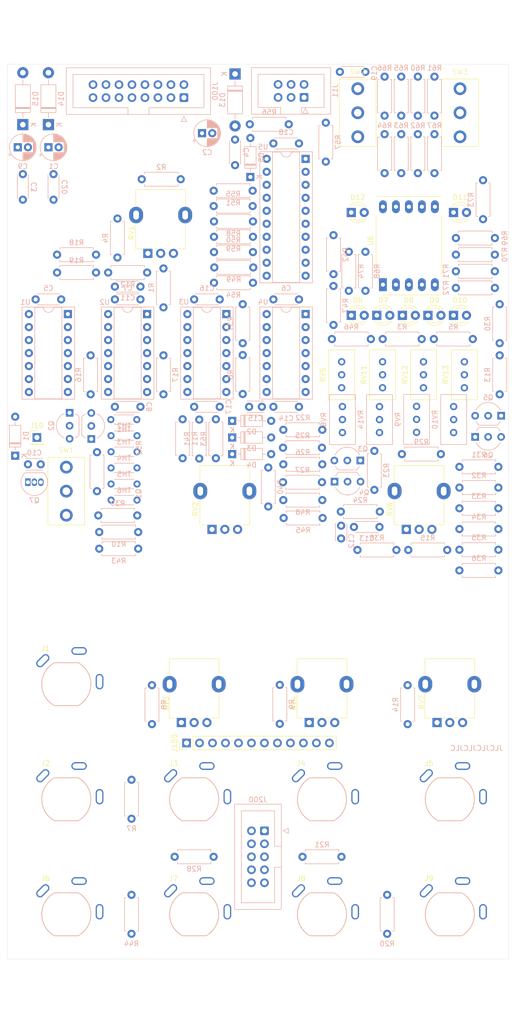
<source format=kicad_pcb>
(kicad_pcb (version 20240108) (generator "pcbnew") (generator_version "8.0")
  (title_block (title "VCO mki PCB") (date "2024-06-16") (rev "1") (company "DMH"))
  (layers (0 "F.Cu" signal) (31 "B.Cu" signal) (34 "B.Paste" user) (35 "F.Paste" user) (36 "B.SilkS" user "B.Silkscreen") (37 "F.SilkS" user "F.Silkscreen") (38 "B.Mask" user) (39 "F.Mask" user) (44 "Edge.Cuts" user))
  (net 0 "")
  (net 1 "GND")
  (net 2 "+12V")
  (net 3 "-12V")
  (net 4 "+5V")
  (net 5 "Net-(D1-K)")
  (net 6 "Net-(U2B-+)")
  (net 7 "Net-(U2A--)")
  (net 8 "Net-(C12-Pad2)")
  (net 9 "Net-(U3C-+)")
  (net 10 "Net-(D3-K)")
  (net 11 "Net-(D2-K)")
  (net 12 "Net-(D1-A)")
  (net 13 "Net-(D2-A)")
  (net 14 "Net-(D4-K)")
  (net 15 "Net-(D4-A)")
  (net 16 "Net-(D5-K)")
  (net 17 "Net-(D5-A)")
  (net 18 "Net-(D6-A)")
  (net 19 "Net-(D7-A)")
  (net 20 "Net-(D8-A)")
  (net 21 "Net-(D9-A)")
  (net 22 "Net-(D10-A)")
  (net 23 "Net-(D11-A)")
  (net 24 "Net-(D12-A)")
  (net 25 "Net-(D13-K)")
  (net 26 "Net-(D14-A)")
  (net 27 "Net-(D15-A)")
  (net 28 "Net-(J150-Pin_1)")
  (net 29 "Net-(J200-Pin_1)")
  (net 30 "/Core/V{slash}Oct In")
  (net 31 "Net-(J150-Pin_10)")
  (net 32 "/Core/Exp FM In 1")
  (net 33 "Net-(J200-Pin_3)")
  (net 34 "/Core/Exp FM In 2")
  (net 35 "Net-(J200-Pin_4)")
  (net 36 "Net-(J200-Pin_5)")
  (net 37 "/Core/PW Mod In")
  (net 38 "/Core/Sawtooth Out")
  (net 39 "Net-(J200-Pin_6)")
  (net 40 "/Core/Square Out")
  (net 41 "Net-(J200-Pin_7)")
  (net 42 "Net-(J200-Pin_8)")
  (net 43 "/Inpus and Outputs/Triangle Out Jack")
  (net 44 "Net-(J200-Pin_9)")
  (net 45 "/Inpus and Outputs/Sine Out Jack")
  (net 46 "Net-(J11-~{RST})")
  (net 47 "Net-(J11-MOSI)")
  (net 48 "Net-(J11-MISO)")
  (net 49 "Net-(J11-SCK)")
  (net 51 "/Inpus and Outputs/Bus CV")
  (net 55 "Net-(Q1-B)")
  (net 56 "Net-(Q1-E)")
  (net 57 "/Core/Sawtooth")
  (net 58 "Net-(Q3-E)")
  (net 59 "Net-(Q4-C)")
  (net 60 "Net-(Q4-E)")
  (net 61 "Net-(Q5-C)")
  (net 62 "Net-(Q5-B)")
  (net 63 "Net-(Q5-E)")
  (net 64 "Net-(Q6-E)")
  (net 65 "Net-(Q6-C)")
  (net 66 "Net-(Q6-B)")
  (net 67 "Net-(Q7-G)")
  (net 68 "Net-(R1-Pad1)")
  (net 69 "Net-(R2-Pad2)")
  (net 70 "Net-(R3-Pad2)")
  (net 71 "Net-(R4-Pad2)")
  (net 72 "Net-(R4-Pad1)")
  (net 73 "Net-(R5-Pad1)")
  (net 74 "Net-(R6-Pad2)")
  (net 75 "Net-(U3B--)")
  (net 76 "Net-(R8-Pad1)")
  (net 77 "Net-(R9-Pad1)")
  (net 78 "Net-(R9-Pad2)")
  (net 79 "Net-(R10-Pad2)")
  (net 80 "Net-(U3A--)")
  (net 81 "Net-(R13-Pad2)")
  (net 82 "Net-(U2C--)")
  (net 83 "Net-(R14-Pad2)")
  (net 84 "Net-(R15-Pad2)")
  (net 85 "Net-(U2B--)")
  (net 86 "Net-(U2D-+)")
  (net 87 "Net-(R18-Pad2)")
  (net 88 "Net-(J6-PadT)")
  (net 89 "Net-(J7-PadT)")
  (net 90 "Net-(R22-Pad1)")
  (net 91 "Net-(U3C--)")
  (net 92 "/Sine Shaper/Triangle In")
  (net 93 "Net-(J8-PadT)")
  (net 94 "Net-(R31-Pad2)")
  (net 95 "Net-(J9-PadT)")
  (net 96 "Net-(R38-Pad1)")
  (net 97 "Net-(R39-Pad2)")
  (net 98 "Net-(R39-Pad1)")
  (net 99 "Net-(R40-Pad1)")
  (net 100 "Net-(R41-Pad2)")
  (net 101 "Net-(R42-Pad1)")
  (net 102 "Net-(R43-Pad2)")
  (net 103 "Net-(R43-Pad1)")
  (net 104 "Net-(U4D--)")
  (net 105 "/Core/Sync In")
  (net 106 "Net-(U4C-+)")
  (net 107 "Net-(U5-PB1)")
  (net 108 "Net-(U4C--)")
  (net 109 "Net-(U6-A)")
  (net 110 "Net-(U5-PD3)")
  (net 111 "Net-(U5-PD2)")
  (net 112 "Net-(U6-B)")
  (net 113 "Net-(U5-PA1{slash}XTAL2)")
  (net 114 "Net-(U6-C)")
  (net 115 "Net-(U5-PD1)")
  (net 116 "Net-(U6-D)")
  (net 117 "Net-(U5-PD0)")
  (net 118 "Net-(U6-E)")
  (net 119 "Net-(U6-F)")
  (net 120 "Net-(U5-PD4)")
  (net 121 "Net-(U6-G)")
  (net 122 "Net-(U5-PD5)")
  (net 123 "Net-(U6-DP)")
  (net 124 "Net-(U5-PA0{slash}XTAL1)")
  (net 125 "Net-(U5-PB4)")
  (net 126 "Net-(U5-PB3)")
  (net 127 "Net-(U5-PB2)")
  (net 128 "Net-(U5-PD6)")
  (net 129 "Net-(RV11-Pad3)")
  (net 130 "Net-(RV14-Pad1)")
  (net 133 "Net-(SW3-B)")
  (net 140 "Net-(J2-PadT)")
  (net 141 "Net-(R8-Pad2)")
  (footprint "SynthStuff:CUI_MJ-63052A" (layer "F.Cu") (at 112.5 206.25)
    (property "Reference" "J4" (at -4.075 -7 0) (layer "F.SilkS"))
    (property "Value" "TS_Jack_6.35mm_Sw")
    (pad "S" thru_hole oval (at -4.59619 -4.59619 315) (size 1.508 3.016) (drill oval 1 2.5) (layers "*.Cu" "*.Mask") (net 1 "GND"))
    (pad "T" thru_hole oval (at 6.5 -0.5) (size 1.508 3.016) (drill oval 1 2.5) (layers "*.Cu" "*.Mask") (net 34 "/Core/Exp FM In 2"))
    (pad "TN" thru_hole oval (at 2.5 -6.5) (size 3.016 1.508) (drill oval 2.5 1) (layers "*.Cu" "*.Mask") (net 35 "Net-(J200-Pin_4)"))
  )
  (footprint "SynthStuff:CUI_MJ-63052A" (layer "F.Cu") (at 62.5 228.75)
    (property "Reference" "J6" (at -4.075 -7 0) (layer "F.SilkS"))
    (property "Value" "TS_Jack_6.35mm_Sw")
    (pad "S" thru_hole oval (at -4.59619 -4.59619 315) (size 1.508 3.016) (drill oval 1 2.5) (layers "*.Cu" "*.Mask") (net 1 "GND"))
    (pad "T" thru_hole oval (at 6.5 -0.5) (size 1.508 3.016) (drill oval 1 2.5) (layers "*.Cu" "*.Mask") (net 88 "Net-(J6-PadT)"))
    (pad "TN" thru_hole oval (at 2.5 -6.5) (size 3.016 1.508) (drill oval 2.5 1) (layers "*.Cu" "*.Mask") (net 39 "Net-(J200-Pin_6)"))
  )
  (footprint "LED_THT:LED_D3.0mm" (layer "F.Cu") (at 133.225 111.62)
    (property "Reference" "D9" (at 1.27 -2.96 0) (layer "F.SilkS"))
    (property "Value" "LED")
    (pad "1" thru_hole rect (at 0 0) (size 1.8 1.8) (drill 0.9) (layers "*.Cu" "*.Mask") (net 1 "GND"))
    (pad "2" thru_hole circle (at 2.54 0) (size 1.8 1.8) (drill 0.9) (layers "*.Cu" "*.Mask") (net 21 "Net-(D9-A)"))
  )
  (footprint "Potentiometer_THT:Potentiometer_Alpha_RD901F-40-00D_Single_Vertical" (layer "F.Cu") (at 85 191.25 90)
    (property "Reference" "RV3" (at 3.75 -3 90) (layer "F.SilkS"))
    (property "Value" "100k")
    (pad "" thru_hole oval (at 7.5 -2.3 180) (size 2.72 3.24) (drill oval 1.1 1.8) (layers "*.Cu" "*.Mask"))
    (pad "" thru_hole oval (at 7.5 7.3 180) (size 2.72 3.24) (drill oval 1.1 1.8) (layers "*.Cu" "*.Mask"))
    (pad "1" thru_hole rect (at 0 0 180) (size 1.8 1.8) (drill 1) (layers "*.Cu" "*.Mask") (net 32 "/Core/Exp FM In 1"))
    (pad "2" thru_hole circle (at 0 2.5 180) (size 1.8 1.8) (drill 1) (layers "*.Cu" "*.Mask") (net 76 "Net-(R8-Pad1)"))
    (pad "3" thru_hole circle (at 0 5 180) (size 1.8 1.8) (drill 1) (layers "*.Cu" "*.Mask") (net 1 "GND"))
  )
  (footprint "SynthStuff:CUI_MJ-63052A" (layer "F.Cu") (at 137.5 228.75)
    (property "Reference" "J9" (at -4.075 -7 0) (layer "F.SilkS"))
    (property "Value" "TS_Jack_6.35mm_Sw")
    (pad "S" thru_hole oval (at -4.59619 -4.59619 315) (size 1.508 3.016) (drill oval 1 2.5) (layers "*.Cu" "*.Mask") (net 1 "GND"))
    (pad "T" thru_hole oval (at 6.5 -0.5) (size 1.508 3.016) (drill oval 1 2.5) (layers "*.Cu" "*.Mask") (net 95 "Net-(J9-PadT)"))
    (pad "TN" thru_hole oval (at 2.5 -6.5) (size 3.016 1.508) (drill oval 2.5 1) (layers "*.Cu" "*.Mask") (net 44 "Net-(J200-Pin_9)"))
  )
  (footprint "Potentiometer_THT:Potentiometer_Bourns_3296W_Vertical" (layer "F.Cu") (at 124.35 120.7 90)
    (property "Reference" "RV11" (at -2.54 -3.66 90) (layer "F.SilkS"))
    (property "Value" "1M")
    (pad "1" thru_hole circle (at 0 0 90) (size 1.44 1.44) (drill 0.8) (layers "*.Cu" "*.Mask") (net 70 "Net-(R3-Pad2)"))
    (pad "2" thru_hole circle (at -2.54 0 90) (size 1.44 1.44) (drill 0.8) (layers "*.Cu" "*.Mask") (net 98 "Net-(R39-Pad1)"))
    (pad "3" thru_hole circle (at -5.08 0 90) (size 1.44 1.44) (drill 0.8) (layers "*.Cu" "*.Mask") (net 129 "Net-(RV11-Pad3)"))
  )
  (footprint "Potentiometer_THT:Potentiometer_Alpha_RD901F-40-00D_Single_Vertical" (layer "F.Cu") (at 129 153.475 90)
    (property "Reference" "RV6" (at 3.975 -3.25 90) (layer "F.SilkS"))
    (property "Value" "100k")
    (pad "" thru_hole oval (at 7.5 -2.3 180) (size 2.72 3.24) (drill oval 1.1 1.8) (layers "*.Cu" "*.Mask"))
    (pad "" thru_hole oval (at 7.5 7.3 180) (size 2.72 3.24) (drill oval 1.1 1.8) (layers "*.Cu" "*.Mask"))
    (pad "1" thru_hole rect (at 0 0 180) (size 1.8 1.8) (drill 1) (layers "*.Cu" "*.Mask") (net 130 "Net-(RV14-Pad1)"))
    (pad "2" thru_hole circle (at 0 2.5 180) (size 1.8 1.8) (drill 1) (layers "*.Cu" "*.Mask") (net 81 "Net-(R13-Pad2)"))
    (pad "3" thru_hole circle (at 0 5 180) (size 1.8 1.8) (drill 1) (layers "*.Cu" "*.Mask") (net 2 "+12V"))
  )
  (footprint "SynthStuff:Toggle_Switch_THT" (layer "F.Cu") (at 119.5 72)
    (property "Reference" "SW2" (at 0 -8 0) (layer "F.SilkS") (effects (font (thickness 0.1))))
    (property "Value" "SW_SPDT_321_OnOff")
    (pad "1" thru_hole circle (at 0 4.7 90) (size 2.5 2.5) (drill 1.5) (layers "*.Cu" "*.Mask") (net 51 "/Inpus and Outputs/Bus CV"))
    (pad "2" thru_hole circle (at 0 0 90) (size 2.5 2.5) (drill 1.5) (layers "*.Cu" "*.Mask") (net 31 "Net-(J150-Pin_10)"))
    (pad "3" thru_hole circle (at 0 -4.7 90) (size 2.5 2.5) (drill 1.5) (layers "*.Cu" "*.Mask"))
  )
  (footprint "SynthStuff:CUI_MJ-63052A" (layer "F.Cu") (at 112.5 228.75)
    (property "Reference" "J8" (at -4.075 -7 0) (layer "F.SilkS"))
    (property "Value" "TS_Jack_6.35mm_Sw")
    (pad "S" thru_hole oval (at -4.59619 -4.59619 315) (size 1.508 3.016) (drill oval 1 2.5) (layers "*.Cu" "*.Mask") (net 1 "GND"))
    (pad "T" thru_hole oval (at 6.5 -0.5) (size 1.508 3.016) (drill oval 1 2.5) (layers "*.Cu" "*.Mask") (net 93 "Net-(J8-PadT)"))
    (pad "TN" thru_hole oval (at 2.5 -6.5) (size 3.016 1.508) (drill oval 2.5 1) (layers "*.Cu" "*.Mask") (net 42 "Net-(J200-Pin_8)"))
  )
  (footprint "Potentiometer_THT:Potentiometer_Alpha_RD901F-40-00D_Single_Vertical" (layer "F.Cu") (at 110 191.25 90)
    (property "Reference" "RV4" (at 3.75 -3 90) (layer "F.SilkS"))
    (property "Value" "100k")
    (pad "" thru_hole oval (at 7.5 -2.3 180) (size 2.72 3.24) (drill oval 1.1 1.8) (layers "*.Cu" "*.Mask"))
    (pad "" thru_hole oval (at 7.5 7.3 180) (size 2.72 3.24) (drill oval 1.1 1.8) (layers "*.Cu" "*.Mask"))
    (pad "1" thru_hole rect (at 0 0 180) (size 1.8 1.8) (drill 1) (layers "*.Cu" "*.Mask") (net 34 "/Core/Exp FM In 2"))
    (pad "2" thru_hole circle (at 0 2.5 180) (size 1.8 1.8) (drill 1) (layers "*.Cu" "*.Mask") (net 77 "Net-(R9-Pad1)"))
    (pad "3" thru_hole circle (at 0 5 180) (size 1.8 1.8) (drill 1) (layers "*.Cu" "*.Mask") (net 1 "GND"))
  )
  (footprint "LED_THT:LED_D3.0mm" (layer "F.Cu") (at 118.225 111.62)
    (property "Reference" "D6" (at 1.27 -2.96 0) (layer "F.SilkS"))
    (property "Value" "LED")
    (pad "1" thru_hole rect (at 0 0) (size 1.8 1.8) (drill 0.9) (layers "*.Cu" "*.Mask") (net 1 "GND"))
    (pad "2" thru_hole circle (at 2.54 0) (size 1.8 1.8) (drill 0.9) (layers "*.Cu" "*.Mask") (net 18 "Net-(D6-A)"))
  )
  (footprint "LED_THT:LED_D3.0mm" (layer "F.Cu") (at 123.225 111.62)
    (property "Reference" "D7" (at 1.27 -2.96 0) (layer "F.SilkS"))
    (property "Value" "LED")
    (pad "1" thru_hole rect (at 0 0) (size 1.8 1.8) (drill 0.9) (layers "*.Cu" "*.Mask") (net 1 "GND"))
    (pad "2" thru_hole circle (at 2.54 0) (size 1.8 1.8) (drill 0.9) (layers "*.Cu" "*.Mask") (net 19 "Net-(D7-A)"))
  )
  (footprint "Potentiometer_THT:Potentiometer_Bourns_3296W_Vertical" (layer "F.Cu") (at 132.35 120.7 90)
    (property "Reference" "RV12" (at -2.54 -3.66 90) (layer "F.SilkS"))
    (property "Value" "100k")
    (pad "1" thru_hole circle (at 0 0 90) (size 1.44 1.44) (drill 0.8) (layers "*.Cu" "*.Mask") (net 101 "Net-(R42-Pad1)"))
    (pad "2" thru_hole circle (at -2.54 0 90) (size 1.44 1.44) (drill 0.8) (layers "*.Cu" "*.Mask") (net 102 "Net-(R43-Pad2)"))
    (pad "3" thru_hole circle (at -5.08 0 90) (size 1.44 1.44) (drill 0.8) (layers "*.Cu" "*.Mask") (net 84 "Net-(R15-Pad2)"))
  )
  (footprint "LED_THT:LED_D3.0mm" (layer "F.Cu") (at 138.225 91.5)
    (property "Reference" "D11" (at 1.27 -2.96 0) (layer "F.SilkS"))
    (property "Value" "LED")
    (pad "1" thru_hole rect (at 0 0) (size 1.8 1.8) (drill 0.9) (layers "*.Cu" "*.Mask") (net 1 "GND"))
    (pad "2" thru_hole circle (at 2.54 0) (size 1.8 1.8) (drill 0.9) (layers "*.Cu" "*.Mask") (net 23 "Net-(D11-A)"))
  )
  (footprint "Potentiometer_THT:Potentiometer_Bourns_3296W_Vertical" (layer "F.Cu") (at 140.35 120.7 90)
    (property "Reference" "RV13" (at -2.54 -3.66 90) (layer "F.SilkS"))
    (property "Value" "100k")
    (pad "1" thru_hole circle (at 0 0 90) (size 1.44 1.44) (drill 0.8) (layers "*.Cu" "*.Mask") (net 82 "Net-(U2C--)"))
    (pad "2" thru_hole circle (at -2.54 0 90) (size 1.44 1.44) (drill 0.8) (layers "*.Cu" "*.Mask") (net 82 "Net-(U2C--)"))
    (pad "3" thru_hole circle (at -5.08 0 90) (size 1.44 1.44) (drill 0.8) (layers "*.Cu" "*.Mask") (net 73 "Net-(R5-Pad1)"))
  )
  (footprint "LED_THT:LED_D3.0mm" (layer "F.Cu") (at 138.225 111.62)
    (property "Reference" "D10" (at 1.27 -2.96 0) (layer "F.SilkS"))
    (property "Value" "LED")
    (pad "1" thru_hole rect (at 0 0) (size 1.8 1.8) (drill 0.9) (layers "*.Cu" "*.Mask") (net 1 "GND"))
    (pad "2" thru_hole circle (at 2.54 0) (size 1.8 1.8) (drill 0.9) (layers "*.Cu" "*.Mask") (net 22 "Net-(D10-A)"))
  )
  (footprint "Display_7Segment:7SegmentLED_LTS6760_LTS6780" (layer "F.Cu") (at 124.42 105.62 90)
    (property "Reference" "U6" (at 8.62 -2.42 90) (layer "F.SilkS"))
    (property "Value" "SM420561N")
    (pad "1" thru_hole rect (at 0 0) (size 1.524 2.524) (drill 0.8) (layers "*.Cu" "*.Mask") (net 118 "Net-(U6-E)"))
    (pad "2" thru_hole oval (at 0 2.54) (size 1.524 2.524) (drill 0.8) (layers "*.Cu" "*.Mask") (net 116 "Net-(U6-D)"))
    (pad "3" thru_hole oval (at 0 5.08) (size 1.524 2.524) (drill 0.8) (layers "*.Cu" "*.Mask") (net 133 "Net-(SW3-B)"))
    (pad "4" thru_hole oval (at 0 7.62) (size 1.524 2.524) (drill 0.8) (layers "*.Cu" "*.Mask") (net 114 "Net-(U6-C)"))
    (pad "5" thru_hole oval (at 0 10.16) (size 1.524 2.524) (drill 0.8) (layers "*.Cu" "*.Mask") (net 123 "Net-(U6-DP)"))
    (pad "6" thru_hole oval (at 15.24 10.16) (size 1.524 2.524) (drill 0.8) (layers "*.Cu" "*.Mask") (net 112 "Net-(U6-B)"))
    (pad "7" thru_hole oval (at 15.24 7.62) (size 1.524 2.524) (drill 0.8) (layers "*.Cu" "*.Mask") (net 109 "Net-(U6-A)"))
    (pad "8" thru_hole oval (at 15.24 5.08) (size 1.524 2.524) (drill 0.8) (layers "*.Cu" "*.Mask") (net 133 "Net-(SW3-B)"))
    (pad "9" thru_hole oval (at 15.24 2.54) (size 1.524 2.524) (drill 0.8) (layers "*.Cu" "*.Mask") (net 119 "Net-(U6-F)"))
    (pad "10" thru_hole oval (at 15.24 0) (size 1.524 2.524) (drill 0.8) (layers "*.Cu" "*.Mask") (net 121 "Net-(U6-G)"))
  )
  (footprint "SynthStuff:CUI_MJ-63052A" (layer "F.Cu") (at 87.5 206.25)
    (property "Reference" "J3" (at -4.075 -7 0) (layer "F.SilkS"))
    (property "Value" "TS_Jack_6.35mm_Sw")
    (pad "S" thru_hole oval (at -4.59619 -4.59619 315) (size 1.508 3.016) (drill oval 1 2.5) (layers "*.Cu" "*.Mask") (net 1 "GND"))
    (pad "T" thru_hole oval (at 6.5 -0.5) (size 1.508 3.016) (drill oval 1 2.5) (layers "*.Cu" "*.Mask") (net 32 "/Core/Exp FM In 1"))
    (pad "TN" thru_hole oval (at 2.5 -6.5) (size 3.016 1.508) (drill oval 2.5 1) (layers "*.Cu" "*.Mask") (net 33 "Net-(J200-Pin_3)"))
  )
  (footprint "SynthStuff:CUI_MJ-63052A" (layer "F.Cu") (at 62.5 183.75)
    (property "Reference" "J1" (at -4.075 -7 0) (layer "F.SilkS"))
    (property "Value" "TS_Jack_6.35mm_Sw")
    (pad "S" thru_hole oval (at -4.59619 -4.59619 315) (size 1.508 3.016) (drill oval 1 2.5) (layers "*.Cu" "*.Mask") (net 1 "GND"))
    (pad "T" thru_hole oval (at 6.5 -0.5) (size 1.508 3.016) (drill oval 1 2.5) (layers "*.Cu" "*.Mask") (net 28 "Net-(J150-Pin_1)"))
    (pad "TN" thru_hole oval (at 2.5 -6.5) (size 3.016 1.508) (drill oval 2.5 1) (layers "*.Cu" "*.Mask") (net 29 "Net-(J200-Pin_1)"))
  )
  (footprint "SynthStuff:Toggle_Switch_THT" (layer "F.Cu") (at 62.5 146)
    (property "Reference" "SW1" (at 0 -8 0) (layer "F.SilkS") (effects (font (thickness 0.1))))
    (property "Value" "SW_SPDT_321_OnOff")
    (pad "1" thru_hole circle (at 0 4.7 90) (size 2.5 2.5) (drill 1.5) (layers "*.Cu" "*.Mask") (net 28 "Net-(J150-Pin_1)"))
    (pad "2" thru_hole circle (at 0 0 90) (size 2.5 2.5) (drill 1.5) (layers "*.Cu" "*.Mask") (net 105 "/Core/Sync In"))
    (pad "3" thru_hole circle (at 0 -4.7 90) (size 2.5 2.5) (drill 1.5) (layers "*.Cu" "*.Mask"))
  )
  (footprint "LED_THT:LED_D3.0mm" (layer "F.Cu") (at 128.225 111.62)
    (property "Reference" "D8" (at 1.27 -2.96 0) (layer "F.SilkS"))
    (property "Value" "LED")
    (pad "1" thru_hole rect (at 0 0) (size 1.8 1.8) (drill 0.9) (layers "*.Cu" "*.Mask") (net 1 "GND"))
    (pad "2" thru_hole circle (at 2.54 0) (size 1.8 1.8) (drill 0.9) (layers "*.Cu" "*.Mask") (net 20 "Net-(D8-A)"))
  )
  (footprint "SynthStuff:Toggle_Switch_THT" (layer "F.Cu") (at 139.5 72)
    (property "Reference" "SW3" (at 0 -8 0) (layer "F.SilkS") (effects (font (thickness 0.1))))
    (property "Value" "SW_SPDT_321_OnOff")
    (pad "1" thru_hole circle (at 0 4.7 90) (size 2.5 2.5) (drill 1.5) (layers "*.Cu" "*.Mask") (net 1 "GND"))
    (pad "2" thru_hole circle (at 0 0 90) (size 2.5 2.5) (drill 1.5) (layers "*.Cu" "*.Mask") (net 133 "Net-(SW3-B)"))
    (pad "3" thru_hole circle (at 0 -4.7 90) (size 2.5 2.5) (drill 1.5) (layers "*.Cu" "*.Mask"))
  )
  (footprint "Potentiometer_THT:Potentiometer_Alpha_RD901F-40-00D_Single_Vertical" (layer "F.Cu") (at 91 153.475 90)
    (property "Reference" "RV2" (at 3.975 -3.25 90) (layer "F.SilkS"))
    (property "Value" "100k")
    (pad "" thru_hole oval (at 7.5 -2.3 180) (size 2.72 3.24) (drill oval 1.1 1.8) (layers "*.Cu" "*.Mask"))
    (pad "" thru_hole oval (at 7.5 7.3 180) (size 2.72 3.24) (drill oval 1.1 1.8) (layers "*.Cu" "*.Mask"))
    (pad "1" thru_hole rect (at 0 0 180) (size 1.8 1.8) (drill 1) (layers "*.Cu" "*.Mask") (net 100 "Net-(R41-Pad2)"))
    (pad "2" thru_hole circle (at 0 2.5 180) (size 1.8 1.8) (drill 1) (layers "*.Cu" "*.Mask") (net 129 "Net-(RV11-Pad3)"))
    (pad "3" thru_hole circle (at 0 5 180) (size 1.8 1.8) (drill 1) (layers "*.Cu" "*.Mask") (net 99 "Net-(R40-Pad1)"))
  )
  (footprint "Connector_PinHeader_2.54mm:PinHeader_1x01_P2.54mm_Vertical" (layer "F.Cu") (at 56.75 135.5)
    (property "Reference" "J10" (at 0 -2.33 0) (layer "F.SilkS"))
    (property "Value" "Panel_GND")
    (pad "1" thru_hole rect (at 0 0) (size 1.7 1.7) (drill 1) (layers "*.Cu" "*.Mask") (net 1 "GND"))
  )
  (footprint "Potentiometer_THT:Potentiometer_Alpha_RD901F-40-00D_Single_Vertical" (layer "F.Cu") (at 135 191.25 90)
    (property "Reference" "RV7" (at 4 -3 90) (layer "F.SilkS"))
    (property "Value" "100k")
    (pad "" thru_hole oval (at 7.5 -2.3 180) (size 2.72 3.24) (drill oval 1.1 1.8) (layers "*.Cu" "*.Mask"))
    (pad "" thru_hole oval (at 7.5 7.3 180) (size 2.72 3.24) (drill oval 1.1 1.8) (layers "*.Cu" "*.Mask"))
    (pad "1" thru_hole rect (at 0 0 180) (size 1.8 1.8) (drill 1) (layers "*.Cu" "*.Mask") (net 37 "/Core/PW Mod In"))
    (pad "2" thru_hole circle (at 0 2.5 180) (size 1.8 1.8) (drill 1) (layers "*.Cu" "*.Mask") (net 83 "Net-(R14-Pad2)"))
    (pad "3" thru_hole circle (at 0 5 180) (size 1.8 1.8) (drill 1) (layers "*.Cu" "*.Mask") (net 1 "GND"))
  )
  (footprint "LED_THT:LED_D3.0mm" (layer "F.Cu") (at 118.225 91.5)
    (property "Reference" "D12" (at 1.27 -2.96 0) (layer "F.SilkS"))
    (property "Value" "LED")
    (pad "1" thru_hole rect (at 0 0) (size 1.8 1.8) (drill 0.9) (layers "*.Cu" "*.Mask") (net 1 "GND"))
    (pad "2" thru_hole circle (at 2.54 0) (size 1.8 1.8) (drill 0.9) (layers "*.Cu" "*.Mask") (net 24 "Net-(D12-A)"))
  )
  (footprint "SynthStuff:CUI_MJ-63052A" (layer "F.Cu") (at 62.5 206.25)
    (property "Reference" "J2" (at -4.075 -7 0) (layer "F.SilkS"))
    (property "Value" "TS_Jack_6.35mm_Sw")
    (pad "S" thru_hole oval (at -4.59619 -4.59619 315) (size 1.508 3.016) (drill oval 1 2.5) (layers "*.Cu" "*.Mask") (net 1 "GND"))
    (pad "T" thru_hole oval (at 6.5 -0.5) (size 1.508 3.016) (drill oval 1 2.5) (layers "*.Cu" "*.Mask") (net 140 "Net-(J2-PadT)"))
    (pad "TN" thru_hole oval (at 2.5 -6.5) (size 3.016 1.508) (drill oval 2.5 1) (layers "*.Cu" "*.Mask") (net 31 "Net-(J150-Pin_10)"))
  )
  (footprint "Potentiometer_THT:Potentiometer_Alpha_RD901F-40-00D_Single_Vertical" (layer "F.Cu") (at 78.45 99.5 90)
    (property "Reference" "RV1" (at 4 -3.2 90) (layer "F.SilkS"))
    (property "Value" "100k")
    (pad "" thru_hole oval (at 7.5 -2.3 180) (size 2.72 3.24) (drill oval 1.1 1.8) (layers "*.Cu" "*.Mask"))
    (pad "" thru_hole oval (at 7.5 7.3 180) (size 2.72 3.24) (drill oval 1.1 1.8) (layers "*.Cu" "*.Mask"))
    (pad "1" thru_hole rect (at 0 0 180) (size 1.8 1.8) (drill 1) (layers "*.Cu" "*.Mask") (net 68 "Net-(R1-Pad1)"))
    (pad "2" thru_hole circle (at 0 2.5 180) (size 1.8 1.8) (drill 1) (layers "*.Cu" "*.Mask") (net 72 "Net-(R4-Pad1)"))
    (pad "3" thru_hole circle (at 0 5 180) (size 1.8 1.8) (drill 1) (layers "*.Cu" "*.Mask") (net 69 "Net-(R2-Pad2)"))
  )
  (footprint "Potentiometer_THT:Potentiometer_Bourns_3296W_Vertical" (layer "F.Cu") (at 116.35 120.7 90)
    (property "Reference" "RV5" (at -2.54 -3.66 90) (layer "F.SilkS"))
    (property "Value" "1k")
    (pad "1" thru_hole circle (at 0 0 90) (size 1.44 1.44) (drill 0.8) (layers "*.Cu" "*.Mask") (net 74 "Net-(R6-Pad2)"))
    (pad "2" thru_hole circle (at -2.54 0 90) (size 1.44 1.44) (drill 0.8) (layers "*.Cu" "*.Mask") (net 55 "Net-(Q1-B)"))
    (pad "3" thru_hole circle (at -5.08 0 90) (size 1.44 1.44) (drill 0.8) (layers "*.Cu" "*.Mask") (net 96 "Net-(R38-Pad1)"))
  )
  (footprint "Connector_PinHeader_2.54mm:PinHeader_1x12_P2.54mm_Vertical" (layer "F.Cu") (at 86.01 195.25 90)
    (property "Reference" "J150" (at 0 -2.33 90) (layer "F.SilkS"))
    (property "Value" "Conn_01x12")
    (pad "1" thru_hole rect (at 0 0 90) (size 1.7 1.7) (drill 1) (layers "*.Cu" "*.Mask") (net 28 "Net-(J150-Pin_1)"))
    (pad "2" thru_hole oval (at 0 2.54 90) (size 1.7 1.7) (drill 1) (layers "*.Cu" "*.Mask") (net 30 "/Core/V{slash}Oct In"))
    (pad "3" thru_hole oval (at 0 5.08 90) (size 1.7 1.7) (drill 1) (layers "*.Cu" "*.Mask") (net 32 "/Core/Exp FM In 1"))
    (pad "4" thru_hole oval (at 0 7.62 90) (size 1.7 1.7) (drill 1) (layers "*.Cu" "*.Mask") (net 34 "/Core/Exp FM In 2"))
    (pad "5" thru_hole oval (at 0 10.16 90) (size 1.7 1.7) (drill 1) (layers "*.Cu" "*.Mask") (net 37 "/Core/PW Mod In"))
    (pad "6" thru_hole oval (at 0 12.7 90) (size 1.7 1.7) (drill 1) (layers "*.Cu" "*.Mask") (net 45 "/Inpus and Outputs/Sine Out Jack"))
    (pad "7" thru_hole oval (at 0 15.24 90) (size 1.7 1.7) (drill 1) (layers "*.Cu" "*.Mask") (net 43 "/Inpus and Outputs/Triangle Out Jack"))
    (pad "8" thru_hole oval (at 0 17.78 90) (size 1.7 1.7) (drill 1) (layers "*.Cu" "*.Mask") (net 40 "/Core/Square Out"))
    (pad "9" thru_hole oval (at 0 20.32 90) (size 1.7 1.7) (drill 1) (layers "*.Cu" "*.Mask") (net 38 "/Core/Sawtooth Out"))
    (pad "10" thru_hole oval (at 0 22.86 90) (size 1.7 1.7) (drill 1) (layers "*.Cu" "*.Mask") (net 31 "Net-(J150-Pin_10)"))
    (pad "11" thru_hole oval (at 0 25.4 90) (size 1.7 1.7) (drill 1) (layers "*.Cu" "*.Mask") (net 1 "GND"))
    (pad "12" thru_hole oval (at 0 27.94 90) (size 1.7 1.7) (drill 1) (layers "*.Cu" "*.Mask") (net 1 "GND"))
  )
  (footprint "SynthStuff:CUI_MJ-63052A" (layer "F.Cu") (at 87.5 228.75)
    (property "Reference" "J7" (at -4.075 -7 0) (layer "F.SilkS"))
    (property "Value" "TS_Jack_6.35mm_Sw")
    (pad "S" thru_hole oval (at -4.59619 -4.59619 315) (size 1.508 3.016) (drill oval 1 2.5) (layers "*.Cu" "*.Mask") (net 1 "GND"))
    (pad "T" thru_hole oval (at 6.5 -0.5) (size 1.508 3.016) (drill oval 1 2.5) (layers "*.Cu" "*.Mask") (net 89 "Net-(J7-PadT)"))
    (pad "TN" thru_hole oval (at 2.5 -6.5) (size 3.016 1.508) (drill oval 2.5 1) (layers "*.Cu" "*.Mask") (net 41 "Net-(J200-Pin_7)"))
  )
  (footprint "SynthStuff:CUI_MJ-63052A" (layer "F.Cu") (at 137.5 206.25)
    (property "Reference" "J5" (at -4.075 -7 0) (layer "F.SilkS"))
    (property "Value" "TS_Jack_6.35mm_Sw")
    (pad "S" thru_hole oval (at -4.59619 -4.59619 315) (size 1.508 3.016) (drill oval 1 2.5) (layers "*.Cu" "*.Mask") (net 1 "GND"))
    (pad "T" thru_hole oval (at 6.5 -0.5) (size 1.508 3.016) (drill oval 1 2.5) (layers "*.Cu" "*.Mask") (net 37 "/Core/PW Mod In"))
    (pad "TN" thru_hole oval (at 2.5 -6.5) (size 3.016 1.508) (drill oval 2.5 1) (layers "*.Cu" "*.Mask") (net 36 "Net-(J200-Pin_5)"))
  )
  (footprint "Diode_THT:D_DO-41_SOD81_P10.16mm_Horizontal" (layer "B.Cu") (at 54 74.33 90)
    (property "Reference" "D15" (at 5.08 2.47 90) (layer "B.SilkS") (effects (justify mirror)))
    (property "Value" "SB140+")
    (fp_text user "K" (at 0 2.1 90) (layer "B.SilkS") (effects (justify mirror)))
    (pad "1" thru_hole rect (at 0 0 90) (size 2.2 2.2) (drill 1.1) (layers "*.Cu" "*.Mask") (net 4 "+5V"))
    (pad "2" thru_hole oval (at 10.16 0 90) (size 2.2 2.2) (drill 1.1) (layers "*.Cu" "*.Mask") (net 27 "Net-(D15-A)"))
  )
  (footprint "Connector_IDC:IDC-Header_2x03_P2.54mm_Vertical" (layer "B.Cu") (at 109 69 90)
    (property "Reference" "J11" (at 1.27 6.1 -90) (layer "B.SilkS") (effects (justify mirror)))
    (property "Value" "AVR-ISP-6")
    (pad "1" thru_hole roundrect (at 0 0 90) (size 1.7 1.7) (drill 1) (layers "*.Cu" "*.Mask") (roundrect_rratio 0.147059) (net 48 "Net-(J11-MISO)"))
    (pad "2" thru_hole circle (at 2.54 0 90) (size 1.7 1.7) (drill 1) (layers "*.Cu" "*.Mask") (net 4 "+5V"))
    (pad "3" thru_hole circle (at 0 -2.54 90) (size 1.7 1.7) (drill 1) (layers "*.Cu" "*.Mask") (net 49 "Net-(J11-SCK)"))
    (pad "4" thru_hole circle (at 2.54 -2.54 90) (size 1.7 1.7) (drill 1) (layers "*.Cu" "*.Mask") (net 47 "Net-(J11-MOSI)"))
    (pad "5" thru_hole circle (at 0 -5.08 90) (size 1.7 1.7) (drill 1) (layers "*.Cu" "*.Mask") (net 46 "Net-(J11-~{RST})"))
    (pad "6" thru_hole circle (at 2.54 -5.08 90) (size 1.7 1.7) (drill 1) (layers "*.Cu" "*.Mask") (net 1 "GND"))
  )
  (footprint "Resistor_THT:R_Axial_DIN0207_L6.3mm_D2.5mm_P7.62mm_Horizontal" (layer "B.Cu") (at 98.94 90.25 180)
    (property "Reference" "R55" (at 3.81 2.37 360) (layer "B.SilkS") (effects (justify mirror)))
    (property "Value" "100k")
    (pad "1" thru_hole circle (at 0 0 180) (size 1.6 1.6) (drill 0.8) (layers "*.Cu" "*.Mask") (net 107 "Net-(U5-PB1)"))
    (pad "2" thru_hole oval (at 7.62 0 180) (size 1.6 1.6) (drill 0.8) (layers "*.Cu" "*.Mask") (net 4 "+5V"))
  )
  (footprint "Resistor_THT:R_Axial_DIN0207_L6.3mm_D2.5mm_P7.62mm_Horizontal" (layer "B.Cu") (at 146.31 103 180)
    (property "Reference" "R71" (at 9.56 0 90) (layer "B.SilkS") (effects (justify mirror)))
    (property "Value" "1k")
    (pad "1" thru_hole circle (at 0 0 180) (size 1.6 1.6) (drill 0.8) (layers "*.Cu" "*.Mask") (net 125 "Net-(U5-PB4)"))
    (pad "2" thru_hole oval (at 7.62 0 180) (size 1.6 1.6) (drill 0.8) (layers "*.Cu" "*.Mask") (net 21 "Net-(D9-A)"))
  )
  (footprint "Package_DIP:DIP-20_W7.62mm_Socket" (layer "B.Cu") (at 109.3 81.01 180)
    (property "Reference" "U5" (at 8.3 2.325 0) (layer "B.SilkS") (effects (justify mirror)))
    (property "Value" "ATtiny4313-P")
    (pad "1" thru_hole rect (at 0 0 180) (size 1.6 1.6) (drill 0.8) (layers "*.Cu" "*.Mask") (net 46 "Net-(J11-~{RST})"))
    (pad "2" thru_hole oval (at 0 -2.54 180) (size 1.6 1.6) (drill 0.8) (layers "*.Cu" "*.Mask") (net 117 "Net-(U5-PD0)"))
    (pad "3" thru_hole oval (at 0 -5.08 180) (size 1.6 1.6) (drill 0.8) (layers "*.Cu" "*.Mask") (net 115 "Net-(U5-PD1)"))
    (pad "4" thru_hole oval (at 0 -7.62 180) (size 1.6 1.6) (drill 0.8) (layers "*.Cu" "*.Mask") (net 113 "Net-(U5-PA1{slash}XTAL2)"))
    (pad "5" thru_hole oval (at 0 -10.16 180) (size 1.6 1.6) (drill 0.8) (layers "*.Cu" "*.Mask") (net 124 "Net-(U5-PA0{slash}XTAL1)"))
    (pad "6" thru_hole oval (at 0 -12.7 180) (size 1.6 1.6) (drill 0.8) (layers "*.Cu" "*.Mask") (net 111 "Net-(U5-PD2)"))
    (pad "7" thru_hole oval (at 0 -15.24 180) (size 1.6 1.6) (drill 0.8) (layers "*.Cu" "*.Mask") (net 110 "Net-(U5-PD3)"))
    (pad "8" thru_hole oval (at 0 -17.78 180) (size 1.6 1.6) (drill 0.8) (layers "*.Cu" "*.Mask") (net 120 "Net-(U5-PD4)"))
    (pad "9" thru_hole oval (at 0 -20.32 180) (size 1.6 1.6) (drill 0.8) (layers "*.Cu" "*.Mask") (net 122 "Net-(U5-PD5)"))
    (pad "10" thru_hole oval (at 0 -22.86 180) (size 1.6 1.6) (drill 0.8) (layers "*.Cu" "*.Mask") (net 1 "GND"))
    (pad "11" thru_hole oval (at 7.62 -22.86 180) (size 1.6 1.6) (drill 0.8) (layers "*.Cu" "*.Mask") (net 128 "Net-(U5-PD6)"))
    (pad "12" thru_hole oval (at 7.62 -20.32 180) (size 1.6 1.6) (drill 0.8) (layers "*.Cu" "*.Mask") (net 16 "Net-(D5-K)"))
    (pad "13" thru_hole oval (at 7.62 -17.78 180) (size 1.6 1.6) (drill 0.8) (layers "*.Cu" "*.Mask") (net 107 "Net-(U5-PB1)"))
    (pad "14" thru_hole oval (at 7.62 -15.24 180) (size 1.6 1.6) (drill 0.8) (layers "*.Cu" "*.Mask") (net 127 "Net-(U5-PB2)"))
    (pad "15" thru_hole oval (at 7.62 -12.7 180) (size 1.6 1.6) (drill 0.8) (layers "*.Cu" "*.Mask") (net 126 "Net-(U5-PB3)"))
    (pad "16" thru_hole oval (at 7.62 -10.16 180) (size 1.6 1.6) (drill 0.8) (layers "*.Cu" "*.Mask") (net 125 "Net-(U5-PB4)"))
    (pad "17" thru_hole oval (at 7.62 -7.62 180) (size 1.6 1.6) (drill 0.8) (layers "*.Cu" "*.Mask") (net 47 "Net-(J11-MOSI)"))
    (pad "18" thru_hole oval (at 7.62 -5.08 180) (size 1.6 1.6) (drill 0.8) (layers "*.Cu" "*.Mask") (net 48 "Net-(J11-MISO)"))
    (pad "19" thru_hole oval (at 7.62 -2.54 180) (size 1.6 1.6) (drill 0.8) (layers "*.Cu" "*.Mask") (net 49 "Net-(J11-SCK)"))
    (pad "20" thru_hole oval (at 7.62 0 180) (size 1.6 1.6) (drill 0.8) (layers "*.Cu" "*.Mask") (net 4 "+5V"))
  )
  (footprint "Resistor_THT:R_Axial_DIN0207_L6.3mm_D2.5mm_P7.62mm_Horizontal" (layer "B.Cu") (at 137 157.5 180)
    (property "Reference" "R15" (at 3.81 2.37 0) (layer "B.SilkS") (effects (justify mirror)))
    (property "Value" "100k")
    (pad "1" thru_hole circle (at 0 0 180) (size 1.6 1.6) (drill 0.8) (layers "*.Cu" "*.Mask") (net 2 "+12V"))
    (pad "2" thru_hole oval (at 7.62 0 180) (size 1.6 1.6) (drill 0.8) (layers "*.Cu" "*.Mask") (net 84 "Net-(R15-Pad2)"))
  )
  (footprint "Capacitor_THT:CP_Radial_D5.0mm_P2.00mm" (layer "B.Cu") (at 53 78.75)
    (property "Reference" "C9" (at 1 3.75 0) (layer "B.SilkS") (effects (justify mirror)))
    (property "Value" "47uF")
    (pad "1" thru_hole rect (at 0 0) (size 1.6 1.6) (drill 0.8) (layers "*.Cu" "*.Mask") (net 4 "+5V"))
    (pad "2" thru_hole circle (at 2 0) (size 1.6 1.6) (drill 0.8) (layers "*.Cu" "*.Mask") (net 1 "GND"))
  )
  (footprint "Resistor_THT:R_Axial_DIN0207_L6.3mm_D2.5mm_P7.62mm_Horizontal" (layer "B.Cu") (at 134.5 64.94 -90)
    (property "Reference" "R61" (at -1.69 0 180) (layer "B.SilkS") (effects (justify mirror)))
    (property "Value" "1k")
    (pad "1" thru_hole circle (at 0 0 270) (size 1.6 1.6) (drill 0.8) (layers "*.Cu" "*.Mask") (net 124 "Net-(U5-PA0{slash}XTAL1)"))
    (pad "2" thru_hole oval (at 7.62 0 270) (size 1.6 1.6) (drill 0.8) (layers "*.Cu" "*.Mask") (net 112 "Net-(U6-B)"))
  )
  (footprint "Package_DIP:DIP-14_W7.62mm_Socket" (layer "B.Cu") (at 93.8 111.375 180)
    (property "Reference" "U3" (at 8.3 2.375 0) (layer "B.SilkS") (effects (justify mirror)))
    (property "Value" "TL074")
    (pad "1" thru_hole rect (at 0 0 180) (size 1.6 1.6) (drill 0.8) (layers "*.Cu" "*.Mask") (net 79 "Net-(R10-Pad2)"))
    (pad "2" thru_hole oval (at 0 -2.54 180) (size 1.6 1.6) (drill 0.8) (layers "*.Cu" "*.Mask") (net 80 "Net-(U3A--)"))
    (pad "3" thru_hole oval (at 0 -5.08 180) (size 1.6 1.6) (drill 0.8) (layers "*.Cu" "*.Mask") (net 1 "GND"))
    (pad "4" thru_hole oval (at 0 -7.62 180) (size 1.6 1.6) (drill 0.8) (layers "*.Cu" "*.Mask") (net 2 "+12V"))
    (pad "5" thru_hole oval (at 0 -10.16 180) (size 1.6 1.6) (drill 0.8) (layers "*.Cu" "*.Mask") (net 1 "GND"))
    (pad "6" thru_hole oval (at 0 -12.7 180) (size 1.6 1.6) (drill 0.8) (layers "*.Cu" "*.Mask") (net 75 "Net-(U3B--)"))
    (pad "7" thru_hole oval (at 0 -15.24 180) (size 1.6 1.6) (drill 0.8) (layers "*.Cu" "*.Mask") (net 74 "Net-(R6-Pad2)"))
    (pad "8" thru_hole oval (at 7.62 -15.24 180) (size 1.6 1.6) (drill 0.8) (layers "*.Cu" "*.Mask") (net 92 "/Sine Shaper/Triangle In"))
    (pad "9" thru_hole oval (at 7.62 -12.7 180) (size 1.6 1.6) (drill 0.8) (layers "*.Cu" "*.Mask") (net 91 "Net-(U3C--)"))
    (pad "10" thru_hole oval (at 7.62 -10.16 180) (size 1.6 1.6) (drill 0.8) (layers "*.Cu" "*.Mask") (net 9 "Net-(U3C-+)"))
    (pad "11" thru_hole oval (at 7.62 -7.62 180) (size 1.6 1.6) (drill 0.8) (layers "*.Cu" "*.Mask") (net 3 "-12V"))
    (pad "12" thru_hole oval (at 7.62 -5.08 180) (size 1.6 1.6) (drill 0.8) (layers "*.Cu" "*.Mask") (net 65 "Net-(Q6-C)"))
    (pad "13" thru_hole oval (at 7.62 -2.54 180) (size 1.6 1.6) (drill 0.8) (layers "*.Cu" "*.Mask") (net 61 "Net-(Q5-C)"))
    (pad "14" thru_hole oval (at 7.62 0 180) (size 1.6 1.6) (drill 0.8) (layers "*.Cu" "*.Mask") (net 45 "/Inpus and Outputs/Sine Out Jack"))
  )
  (footprint "Resistor_THT:R_Axial_DIN0204_L3.6mm_D1.6mm_P5.08mm_Horizontal" (layer "B.Cu") (at 76.33 144.6 180)
    (property "Reference" "TH5" (at 2.54 1.92 360) (layer "B.SilkS") (effects (justify mirror)))
    (property "Value" "10k")
    (pad "1" thru_hole circle (at 0 0 180) (size 1.4 1.4) (drill 0.7) (layers "*.Cu" "*.Mask") (net 141 "Net-(R8-Pad2)"))
    (pad "2" thru_hole oval (at 5.08 0 180) (size 1.4 1.4) (drill 0.7) (layers "*.Cu" "*.Mask") (net 80 "Net-(U3A--)"))
  )
  (footprint "SynthStuff:IDC-Header_2x08_P2.54mm_Vertical_Eurorack" (layer "B.Cu") (at 85.5 69.04 90)
    (property "Reference" "J100" (at 1.27 6.1 90) (layer "B.SilkS") (effects (justify mirror)))
    (property "Value" "IDC_02x08")
    (pad "1a" thru_hole roundrect (at 0 0 90) (size 1.7 1.7) (drill 1) (layers "*.Cu" "*.Mask") (roundrect_rratio 0.147059) (net 25 "Net-(D13-K)"))
    (pad "1b" thru_hole circle (at 2.54 0 90) (size 1.7 1.7) (drill 1) (layers "*.Cu" "*.Mask") (net 25 "Net-(D13-K)"))
    (pad "2a" thru_hole circle (at 0 -2.54 90) (size 1.7 1.7) (drill 1) (layers "*.Cu" "*.Mask") (net 1 "GND"))
    (pad "2b" thru_hole circle (at 2.54 -2.54 90) (size 1.7 1.7) (drill 1) (layers "*.Cu" "*.Mask") (net 1 "GND"))
    (pad "3a" thru_hole circle (at 0 -5.08 90) (size 1.7 1.7) (drill 1) (layers "*.Cu" "*.Mask") (net 1 "GND"))
    (pad "3b" thru_hole circle (at 2.54 -5.08 90) (size 1.7 1.7) (drill 1) (layers "*.Cu" "*.Mask") (net 1 "GND"))
    (pad "4a" thru_hole circle (at 0 -7.62 90) (size 1.7 1.7) (drill 1) (layers "*.Cu" "*.Mask") (net 1 "GND"))
    (pad "4b" thru_hole circle (at 2.54 -7.62 90) (size 1.7 1.7) (drill 1) (layers "*.Cu" "*.Mask") (net 1 "GND"))
    (pad "5a" thru_hole circle (at 0 -10.16 90) (size 1.7 1.7) (drill 1) (layers "*.Cu" "*.Mask") (net 26 "Net-(D14-A)"))
    (pad "5b" thru_hole circle (at 2.54 -10.16 90) (size 1.7 1.7) (drill 1) (layers "*.Cu" "*.Mask") (net 26 "Net-(D14-A)"))
    (pad "6a" thru_hole circle (at 0 -12.7 90) (size 1.7 1.7) (drill 1) (layers "*.Cu" "*.Mask") (net 27 "Net-(D15-A)"))
    (pad "6b" thru_hole circle (at 2.54 -12.7 90) (size 1.7 1.7) (drill 1) (layers "*.Cu" "*.Mask") (net 27 "Net-(D15-A)"))
    (pad "7a" thru_hole circle (at 0 -15.24 90) (size 1.7 1.7) (drill 1) (layers "*.Cu" "*.Mask") (net 51 "/Inpus and Outputs/Bus CV"))
    (pad "7b" thru_hole circle (at 2.54 -15.24 90) (size 1.7 1.7) (drill 1) (layers "*.Cu" "*.Mask") (net 51 "/Inpus and Outputs/Bus CV"))
    (pad "8a" thru_hole circle (at 0 -17.78 90) (size 1.7 1.7) (drill 1) (layers "*.Cu" "*.Mask"))
    (pad "8b" thru_hole circle (at 2.54 -17.78 90) (size 1.7 1.7) (drill 1) (layers "*.Cu" "*.Mask"))
  )
  (footprint "Resistor_THT:R_Axial_DIN0207_L6.3mm_D2.5mm_P7.62mm_Horizontal" (layer "B.Cu") (at 105 151.25)
    (property "Reference" "R45" (at 3.81 2.37 360) (layer "B.SilkS") (effects (justify mirror)))
    (property "Value" "33k")
    (pad "1" thru_hole circle (at 0 0) (size 1.6 1.6) (drill 0.8) (layers "*.Cu" "*.Mask") (net 10 "Net-(D3-K)"))
    (pad "2" thru_hole oval (at 7.62 0) (size 1.6 1.6) (drill 0.8) (layers "*.Cu" "*.Mask") (net 1 "GND"))
  )
  (footprint "Capacitor_THT:C_Disc_D4.3mm_W1.9mm_P5.00mm" (layer "B.Cu") (at 121 64 180)
    (property "Reference" "C19" (at -1.75 -0.25 90) (layer "B.SilkS") (effects (justify mirror)))
    (property "Value" "100nF")
    (pad "1" thru_hole circle (at 0 0 180) (size 1.6 1.6) (drill 0.8) (layers "*.Cu" "*.Mask") (net 4 "+5V"))
    (pad "2" thru_hole circle (at 5 0 180) (size 1.6 1.6) (drill 0.8) (layers "*.Cu" "*.Mask") (net 1 "GND"))
  )
  (footprint "Resistor_THT:R_Axial_DIN0207_L6.3mm_D2.5mm_P7.62mm_Horizontal" (layer "B.Cu") (at 116.31 217.5 180)
    (property "Reference" "R21" (at 3.81 2.37 0) (layer "B.SilkS") (effects (justify mirror)))
    (property "Value" "1k")
    (pad "1" thru_hole circle (at 0 0 180) (size 1.6 1.6) (drill 0.8) (layers "*.Cu" "*.Mask") (net 93 "Net-(J8-PadT)"))
    (pad "2" thru_hole oval (at 7.62 0 180) (size 1.6 1.6) (drill 0.8) (layers "*.Cu" "*.Mask") (net 40 "/Core/Square Out"))
  )
  (footprint "Package_DIP:DIP-14_W7.62mm_Socket" (layer "B.Cu") (at 78.3 111.375 180)
    (property "Reference" "U2" (at 8.3 2.33 0) (layer "B.SilkS") (effects (justify mirror)))
    (property "Value" "TL074")
    (pad "1" thru_hole rect (at 0 0 180) (size 1.6 1.6) (drill 0.8) (layers "*.Cu" "*.Mask") (net 7 "Net-(U2A--)"))
    (pad "2" thru_hole oval (at 0 -2.54 180) (size 1.6 1.6) (drill 0.8) (layers "*.Cu" "*.Mask") (net 7 "Net-(U2A--)"))
    (pad "3" thru_hole oval (at 0 -5.08 180) (size 1.6 1.6) (drill 0.8) (layers "*.Cu" "*.Mask") (net 5 "Net-(D1-K)"))
    (pad "4" thru_hole oval (at 0 -7.62 180) (size 1.6 1.6) (drill 0.8) (layers "*.Cu" "*.Mask") (net 2 "+12V"))
    (pad "5" thru_hole oval (at 0 -10.16 180) (size 1.6 1.6) (drill 0.8) (layers "*.Cu" "*.Mask") (net 6 "Net-(U2B-+)"))
    (pad "6" thru_hole oval (at 0 -12.7 180) (size 1.6 1.6) (drill 0.8) (layers "*.Cu" "*.Mask") (net 85 "Net-(U2B--)"))
    (pad "7" thru_hole oval (at 0 -15.24 180) (size 1.6 1.6) (drill 0.8) (layers "*.Cu" "*.Mask") (net 57 "/Core/Sawtooth"))
    (pad "8" thru_hole oval (at 7.62 -15.24 180) (size 1.6 1.6) (drill 0.8) (layers "*.Cu" "*.Mask") (net 87 "Net-(R18-Pad2)"))
    (pad "9" thru_hole oval (at 7.62 -12.7 180) (size 1.6 1.6) (drill 0.8) (layers "*.Cu" "*.Mask") (net 82 "Net-(U2C--)"))
    (pad "10" thru_hole oval (at 7.62 -10.16 180) (size 1.6 1.6) (drill 0.8) (layers "*.Cu" "*.Mask") (net 6 "Net-(U2B-+)"))
    (pad "11" thru_hole oval (at 7.62 -7.62 180) (size 1.6 1.6) (drill 0.8) (layers "*.Cu" "*.Mask") (net 3 "-12V"))
    (pad "12" thru_hole oval (at 7.62 -5.08 180) (size 1.6 1.6) (drill 0.8) (layers "*.Cu" "*.Mask") (net 86 "Net-(U2D-+)"))
    (pad "13" thru_hole oval (at 7.62 -2.54 180) (size 1.6 1.6) (drill 0.8) (layers "*.Cu" "*.Mask") (net 40 "/Core/Square Out"))
    (pad "14" thru_hole oval (at 7.62 0 180) (size 1.6 1.6) (drill 0.8) (layers "*.Cu" "*.Mask") (net 40 "/Core/Square Out"))
  )
  (footprint "Resistor_THT:R_Axial_DIN0207_L6.3mm_D2.5mm_P7.62mm_Horizontal" (layer "B.Cu") (at 81.5 102.44 -90)
    (property "Reference" "R1" (at 3.81 2.37 90) (layer "B.SilkS") (effects (justify mirror)))
    (property "Value" "100k")
    (pad "1" thru_hole circle (at 0 0 270) (size 1.6 1.6) (drill 0.8) (layers "*.Cu" "*.Mask") (net 68 "Net-(R1-Pad1)"))
    (pad "2" thru_hole oval (at 7.62 0 270) (size 1.6 1.6) (drill 0.8) (layers "*.Cu" "*.Mask") (net 2 "+12V"))
  )
  (footprint "Resistor_THT:R_Axial_DIN0207_L6.3mm_D2.5mm_P7.62mm_Horizontal" (layer "B.Cu") (at 147 145.3 180)
    (property "Reference" "R32" (at 3.81 2.37 360) (layer "B.SilkS") (effects (justify mirror)))
    (property "Value" "2k2")
    (pad "1" thru_hole circle (at 0 0 180) (size 1.6 1.6) (drill 0.8) (layers "*.Cu" "*.Mask") (net 66 "Net-(Q6-B)"))
    (pad "2" thru_hole oval (at 7.62 0 180) (size 1.6 1.6) (drill 0.8) (layers "*.Cu" "*.Mask") (net 1 "GND"))
  )
  (footprint "Capacitor_THT:C_Disc_D4.3mm_W1.9mm_P5.00mm" (layer "B.Cu") (at 77 129.5 180)
    (property "Reference" "C8" (at -1.75 0 -90) (layer "B.SilkS") (effects (justify mirror)))
    (property "Value" "100nF")
    (pad "1" thru_hole circle (at 0 0 180) (size 1.6 1.6) (drill 0.8) (layers "*.Cu" "*.Mask") (net 1 "GND"))
    (pad "2" thru_hole circle (at 5 0 180) (size 1.6 1.6) (drill 0.8) (layers "*.Cu" "*.Mask") (net 3 "-12V"))
  )
  (footprint "Resistor_THT:R_Axial_DIN0207_L6.3mm_D2.5mm_P7.62mm_Horizontal" (layer "B.Cu") (at 127.06 157.5 180)
    (property "Reference" "R38" (at 3.81 2.37 0) (layer "B.SilkS") (effects (justify mirror)))
    (property "Value" "510R")
    (pad "1" thru_hole circle (at 0 0 180) (size 1.6 1.6) (drill 0.8) (layers "*.Cu" "*.Mask") (net 96 "Net-(R38-Pad1)"))
    (pad "2" thru_hole oval (at 7.62 0 180) (size 1.6 1.6) (drill 0.8) (layers "*.Cu" "*.Mask") (net 1 "GND"))
  )
  (footprint "Resistor_THT:R_Axial_DIN0207_L6.3mm_D2.5mm_P7.62mm_Horizontal" (layer "B.Cu") (at 102 149 90)
    (property "Reference" "R40" (at 3.81 2.37 90) (layer "B.SilkS") (effects (justify mirror)))
    (property "Value" "100k")
    (pad "1" thru_hole circle (at 0 0 90) (size 1.6 1.6) (drill 0.8) (layers "*.Cu" "*.Mask") (net 99 "Net-(R40-Pad1)"))
    (pad "2" thru_hole oval (at 7.62 0 90) (size 1.6 1.6) (drill 0.8) (layers "*.Cu" "*.Mask") (net 3 "-12V"))
  )
  (footprint "Resistor_THT:R_Axial_DIN0207_L6.3mm_D2.5mm_P7.62mm_Horizontal" (layer "B.Cu") (at 147.25 119.44 -90)
    (property "Reference" "R13" (at 3.81 2.37 90) (layer "B.SilkS") (effects (justify mirror)))
    (property "Value" "68k")
    (pad "1" thru_hole circle (at 0 0 270) (size 1.6 1.6) (drill 0.8) (layers "*.Cu" "*.Mask") (net 82 "Net-(U2C--)"))
    (pad "2" thru_hole oval (at 7.62 0 270) (size 1.6 1.6) (drill 0.8) (layers "*.Cu" "*.Mask") (net 81 "Net-(R13-Pad2)"))
  )
  (footprint "Resistor_THT:R_Axial_DIN0207_L6.3mm_D2.5mm_P7.62mm_Horizontal" (layer "B.Cu") (at 124.75 64.94 -90)
    (property "Reference" "R66" (at -1.69 0 180) (layer "B.SilkS") (effects (justify mirror)))
    (property "Value" "1k")
    (pad "1" thru_hole circle (at 0 0 270) (size 1.6 1.6) (drill 0.8) (layers "*.Cu" "*.Mask") (net 117 "Net-(U5-PD0)"))
    (pad "2" thru_hole oval (at 7.62 0 270) (size 1.6 1.6) (drill 0.8) (layers "*.Cu" "*.Mask") (net 121 "Net-(U6-G)"))
  )
  (footprint "Resistor_THT:R_Axial_DIN0207_L6.3mm_D2.5mm_P7.62mm_Horizontal" (layer "B.Cu") (at 67.25 119.44 -90)
    (property "Reference" "R16" (at 3.81 2.37 90) (layer "B.SilkS") (effects (justify mirror)))
    (property "Value" "18k")
    (pad "1" thru_hole circle (at 0 0 270) (size 1.6 1.6) (drill 0.8) (layers "*.Cu" "*.Mask") (net 1 "GND"))
    (pad "2" thru_hole oval (at 7.62 0 270) (size 1.6 1.6) (drill 0.8) (layers "*.Cu" "*.Mask") (net 85 "Net-(U2B--)"))
  )
  (footprint "Capacitor_THT:C_Disc_D4.3mm_W1.9mm_P5.00mm" (layer "B.Cu") (at 60 89 90)
    (property "Reference" "C20" (at 2.5 2.2 90) (layer "B.SilkS") (effects (justify mirror)))
    (property "Value" "100nF")
    (pad "1" thru_hole circle (at 0 0 90) (size 1.6 1.6) (drill 0.8) (layers "*.Cu" "*.Mask") (net 4 "+5V"))
    (pad "2" thru_hole circle (at 5 0 90) (size 1.6 1.6) (drill 0.8) (layers "*.Cu" "*.Mask") (net 1 "GND"))
  )
  (footprint "Resistor_THT:R_Axial_DIN0207_L6.3mm_D2.5mm_P7.62mm_Horizontal" (layer "B.Cu") (at 75.25 224.94 -90)
    (property "Reference" "R44" (at 9.56 0 180) (layer "B.SilkS") (effects (justify mirror)))
    (property "Value" "1k")
    (pad "1" thru_hole circle (at 0 0 270) (size 1.6 1.6) (drill 0.8) (layers "*.Cu" "*.Mask") (net 45 "/Inpus and Outputs/Sine Out Jack"))
    (pad "2" thru_hole oval (at 7.62 0 270) (size 1.6 1.6) (drill 0.8) (layers "*.Cu" "*.Mask") (net 88 "Net-(J6-PadT)"))
  )
  (footprint "Resistor_THT:R_Axial_DIN0207_L6.3mm_D2.5mm_P7.62mm_Horizontal" (layer "B.Cu") (at 147 141.25 180)
    (property "Reference" "R31" (at 3.81 2.37 360) (layer "B.SilkS") (effects (justify mirror)))
    (property "Value" "18k")
    (pad "1" thru_hole circle (at 0 0 180) (size 1.6 1.6) (drill 0.8) (layers "*.Cu" "*.Mask") (net 3 "-12V"))
    (pad "2" thru_hole oval (at 7.62 0 180) (size 1.6 1.6) (drill 0.8) (layers "*.Cu" "*.Mask") (net 94 "Net-(R31-Pad2)"))
  )
  (footprint "Resistor_THT:R_Axial_DIN0207_L6.3mm_D2.5mm_P7.62mm_Horizontal" (layer "B.Cu") (at 81.5 127.06 90)
    (property "Reference" "R17" (at 3.81 2.37 90) (layer "B.SilkS") (effects (justify mirror)))
    (property "Value" "68k")
    (pad "1" thru_hole circle (at 0 0 90) (size 1.6 1.6) (drill 0.8) (layers "*.Cu" "*.Mask") (net 57 "/Core/Sawtooth"))
    (pad "2" thru_hole oval (at 7.62 0 90) (size 1.6 1.6) (drill 0.8) (layers "*.Cu" "*.Mask") (net 85 "Net-(U2B--)"))
  )
  (footprint "Resistor_THT:R_Axial_DIN0207_L6.3mm_D2.5mm_P7.62mm_Horizontal" (layer "B.Cu") (at 68.31 99.75 180)
    (property "Reference" "R18" (at 3.81 2.37 360) (layer "B.SilkS") (effects (justify mirror)))
    (property "Value" "68k")
    (pad "1" thru_hole circle (at 0 0 180) (size 1.6 1.6) (drill 0.8) (layers "*.Cu" "*.Mask") (net 86 "Net-(U2D-+)"))
    (pad "2" thru_hole oval (at 7.62 0 180) (size 1.6 1.6) (drill 0.8) (layers "*.Cu" "*.Mask") (net 87 "Net-(R18-Pad2)"))
  )
  (footprint "Package_TO_SOT_THT:TO-92_Inline_Wide" (layer "B.Cu") (at 63.14 130.67 -90)
    (property "Reference" "Q2" (at 2.54 3.56 90) (layer "B.SilkS") (effects (justify mirror)))
    (property "Value" "BC548")
    (pad "1" thru_hole rect (at 0 0 270) (size 1.5 1.5) (drill 0.8) (layers "*.Cu" "*.Mask") (net 5 "Net-(D1-K)"))
    (pad "2" thru_hole circle (at 2.54 0 270) (size 1.5 1.5) (drill 0.8) (layers "*.Cu" "*.Mask") (net 56 "Net-(Q1-E)"))
    (pad "3" thru_hole circle (at 5.08 0 270) (size 1.5 1.5) (drill 0.8) (layers "*.Cu" "*.Mask") (net 1 "GND"))
  )
  (footprint "Capacitor_THT:CP_Radial_D5.0mm_P2.00mm" (layer "B.Cu") (at 89.044888 76)
    (property "Reference" "C2" (at 1 3.75 0) (layer "B.SilkS") (effects (justify mirror)))
    (property "Value" "47uF")
    (pad "1" thru_hole rect (at 0 0) (size 1.6 1.6) (drill 0.8) (layers "*.Cu" "*.Mask") (net 1 "GND"))
    (pad "2" thru_hole circle (at 2 0) (size 1.6 1.6) (drill 0.8) (layers "*.Cu" "*.Mask") (net 3 "-12V"))
  )
  (footprint "Resistor_THT:R_Axial_DIN0207_L6.3mm_D2.5mm_P7.62mm_Horizontal" (layer "B.Cu") (at 124.75 76.19 -90)
    (property "Reference" "R64" (at -1.69 0 180) (layer "B.SilkS") (effects (justify mirror)))
    (property "Value" "1k")
    (pad "1" thru_hole circle (at 0 0 270) (size 1.6 1.6) (drill 0.8) (layers "*.Cu" "*.Mask") (net 111 "Net-(U5-PD2)"))
    (pad "2" thru_hole oval (at 7.62 0 270) (size 1.6 1.6) (drill 0.8) (layers "*.Cu" "*.Mask") (net 118 "Net-(U6-E)"))
  )
  (footprint "Resistor_THT:R_Axial_DIN0207_L6.3mm_D2.5mm_P7.62mm_Horizontal" (layer "B.Cu") (at 131.25 64.94 -90)
    (property "Reference" "R60" (at -1.69 0 180) (layer "B.SilkS") (effects (justify mirror)))
    (property "Value" "1k")
    (pad "1" thru_hole circle (at 0 0 270) (size 1.6 1.6) (drill 0.8) (layers "*.Cu" "*.Mask") (net 113 "Net-(U5-PA1{slash}XTAL2)"))
    (pad "2" thru_hole oval (at 7.62 0 270) (size 1.6 1.6) (drill 0.8) (layers "*.Cu" "*.Mask") (net 109 "Net-(U6-A)"))
  )
  (footprint "Resistor_THT:R_Axial_DIN0207_L6.3mm_D2.5mm_P7.62mm_Horizontal" (layer "B.Cu") (at 84.87 85 180)
    (property "Reference" "R2" (at 3.81 2.37 360) (layer "B.SilkS") (effects (justify mirror)))
    (property "Value" "47k")
    (pad "1" thru_hole circle (at 0 0 180) (size 1.6 1.6) (drill 0.8) (layers "*.Cu" "*.Mask") (net 3 "-12V"))
    (pad "2" thru_hole oval (at 7.62 0 180) (size 1.6 1.6) (drill 0.8) (layers "*.Cu" "*.Mask") (net 69 "Net-(R2-Pad2)"))
  )
  (footprint "Resistor_THT:R_Axial_DIN0207_L6.3mm_D2.5mm_P7.62mm_Horizontal" (layer "B.Cu") (at 128 64.94 -90)
    (property "Reference" "R65" (at -1.69 0 180) (layer "B.SilkS") (effects (justify mirror)))
    (property "Value" "1k")
    (pad "1" thru_hole circle (at 0 0 270) (size 1.6 1.6) (drill 0.8) (layers "*.Cu" "*.Mask") (net 115 "Net-(U5-PD1)"))
    (pad "2" thru_hole oval (at 7.62 0 270) (size 1.6 1.6) (drill 0.8) (layers "*.Cu" "*.Mask") (net 119 "Net-(U6-F)"))
  )
  (footprint "Resistor_THT:R_Axial_DIN0207_L6.3mm_D2.5mm_P7.62mm_Horizontal" (layer "B.Cu") (at 83.69 217.5)
    (property "Reference" "R28" (at 3.81 2.37 0) (layer "B.SilkS") (effects (justify mirror)))
    (property "Value" "1k")
    (pad "1" thru_hole circle (at 0 0) (size 1.6 1.6) (drill 0.8) (layers "*.Cu" "*.Mask") (net 43 "/Inpus and Outputs/Triangle Out Jack"))
    (pad "2" thru_hole oval (at 7.62 0) (size 1.6 1.6) (drill 0.8) (layers "*.Cu" "*.Mask") (net 89 "Net-(J7-PadT)"))
  )
  (footprint "Capacitor_THT:C_Disc_D3.0mm_W2.0mm_P2.50mm" (layer "B.Cu") (at 116.25 155.25 90)
    (property "Reference" "C12" (at -0.5 2 90) (layer "B.SilkS") (effects (justify mirror)))
    (property "Value" "2.2nF")
    (pad "1" thru_hole circle (at 0 0 90) (size 1.6 1.6) (drill 0.8) (layers "*.Cu" "*.Mask") (net 1 "GND"))
    (pad "2" thru_hole circle (at 2.5 0 90) (size 1.6 1.6) (drill 0.8) (layers "*.Cu" "*.Mask") (net 8 "Net-(C12-Pad2)"))
  )
  (footprint "Resistor_THT:R_Axial_DIN0207_L6.3mm_D2.5mm_P7.62mm_Horizontal" (layer "B.Cu") (at 128 76.19 -90)
    (property "Reference" "R63" (at -1.69 0 180) (layer "B.SilkS") (effects (justify mirror)))
    (property "Value" "1k")
    (pad "1" thru_hole circle (at 0 0 270) (size 1.6 1.6) (drill 0.8) (layers "*.Cu" "*.Mask") (net 110 "Net-(U5-PD3)"))
    (pad "2" thru_hole oval (at 7.62 0 270) (size 1.6 1.6) (drill 0.8) (layers "*.Cu" "*.Mask") (net 116 "Net-(U6-D)"))
  )
  (footprint "Resistor_THT:R_Axial_DIN0207_L6.3mm_D2.5mm_P7.62mm_Horizontal" (layer "B.Cu") (at 75.25 202.44 -90)
    (property "Reference" "R7" (at 9.56 0 180) (layer "B.SilkS") (effects (justify mirror)))
    (property "Value" "100k")
    (pad "1" thru_hole circle (at 0 0 270) (size 1.6 1.6) (drill 0.8) (layers "*.Cu" "*.Mask") (net 30 "/Core/V{slash}Oct In"))
    (pad "2" thru_hole oval (at 7.62 0 270) (size 1.6 1.6) (drill 0.8) (layers "*.Cu" "*.Mask") (net 140 "Net-(J2-PadT)"))
  )
  (footprint "Resistor_THT:R_Axial_DIN0207_L6.3mm_D2.5mm_P7.62mm_Horizontal" (layer "B.Cu") (at 91.32 87.25)
    (property "Reference" "R51" (at 3.81 2.37 360) (layer "B.SilkS") (effects (justify mirror)))
    (property "Value" "68k")
    (pad "1" thru_hole circle (at 0 0) (size 1.6 1.6) (drill 0.8) (layers "*.Cu" "*.Mask") (net 1 "GND"))
    (pad "2" thru_hole oval (at 7.62 0) (size 1.6 1.6) (drill 0.8) (layers "*.Cu" "*.Mask") (net 107 "Net-(U5-PB1)"))
  )
  (footprint "Resistor_THT:R_Axial_DIN0207_L6.3mm_D2.5mm_P7.62mm_Horizontal" (layer "B.Cu") (at 112.56 134 180)
    (property "Reference" "R22" (at 3.81 2.37 0) (layer "B.SilkS") (effects (justify mirror)))
    (property "Value" "10k")
    (pad "1" thru_hole circle (at 0 0 180) (size 1.6 1.6) (drill 0.8) (layers "*.Cu" "*.Mask") (net 90 "Net-(R22-Pad1)"))
    (pad "2" thru_hole oval (at 7.62 0 180) (size 1.6 1.6) (drill 0.8) (layers "*.Cu" "*.Mask") (net 59 "Net-(Q4-C)"))
  )
  (footprint "Resistor_THT:R_Axial_DIN0207_L6.3mm_D2.5mm_P7.62mm_Horizontal" (layer "B.Cu") (at 146.31 96.5 180)
    (property "Reference" "R69" (at -1.94 0 90) (layer "B.SilkS") (effects (justify mirror)))
    (property "Value" "1k")
    (pad "1" thru_hole circle (at 0 0 180) (size 1.6 1.6) (drill 0.8) (layers "*.Cu" "*.Mask") (net 48 "Net-(J11-MISO)"))
    (pad "2" thru_hole oval (at 7.62 0 180) (size 1.6 1.6) (drill 0.8) (layers "*.Cu" "*.Mask") (net 19 "Net-(D7-A)"))
  )
  (footprint "Resistor_THT:R_Axial_DIN0204_L3.6mm_D1.6mm_P5.08mm_Horizontal" (layer "B.Cu") (at 76.33 147.75 180)
    (property "Reference" "TH6" (at 2.54 1.92 360) (layer "B.SilkS") (effects (justify mirror)))
    (property "Value" "10k")
    (pad "1" thru_hole circle (at 0 0 180) (size 1.4 1.4) (drill 0.7) (layers "*.Cu" "*.Mask") (net 78 "Net-(R9-Pad2)"))
    (pad "2" thru_hole oval (at 5.08 0 180) (size 1.4 1.4) (drill 0.7) (layers "*.Cu" "*.Mask") (net 80 "Net-(U3A--)"))
  )
  (footprint "Resistor_THT:R_Axial_DIN0207_L6.3mm_D2.5mm_P7.62mm_Horizontal" (layer "B.Cu") (at 146.31 106.25 180)
    (property "Reference" "R72" (at 9.56 0 90) (layer "B.SilkS") (effects (justify mirror)))
    (property "Value" "1k")
    (pad "1" thru_hole circle (at 0 0 180) (size 1.6 1.6) (drill 0.8) (layers "*.Cu" "*.Mask") (net 126 "Net-(U5-PB3)"))
    (pad "2" thru_hole oval (at 7.62 0 180) (size 1.6 1.6) (drill 0.8) (layers "*.Cu" "*.Mask") (net 22 "Net-(D10-A)"))
  )
  (footprint "Resistor_THT:R_Axial_DIN0207_L6.3mm_D2.5mm_P7.62mm_Horizontal" (layer "B.Cu") (at 91.38 105.25)
    (property "Reference" "R54" (at 3.81 2.37 360) (layer "B.SilkS") (effects (justify mirror)))
    (property "Value" "68k")
    (pad "1" thru_hole circle (at 0 0) (size 1.6 1.6) (drill 0.8) (layers "*.Cu" "*.Mask") (net 57 "/Core/Sawtooth"))
    (pad "2" thru_hole oval (at 7.62 0) (size 1.6 1.6) (drill 0.8) (layers "*.Cu" "*.Mask") (net 17 "Net-(D5-A)"))
  )
  (footprint "Resistor_THT:R_Axial_DIN0207_L6.3mm_D2.5mm_P7.62mm_Horizontal" (layer "B.Cu") (at 114.75 103.56 90)
    (property "Reference" "R42" (at 3.81 2.37 90) (layer "B.SilkS") (effects (justify mirror)))
    (property "Value" "100k")
    (pad "1" thru_hole circle (at 0 0 90) (size 1.6 1.6) (drill 0.8) (layers "*.Cu" "*.Mask") (net 101 "Net-(R42-Pad1)"))
    (pad "2" thru_hole oval (at 7.62 0 90) (size 1.6 1.6) (drill 0.8) (layers "*.Cu" "*.Mask") (net 3 "-12V"))
  )
  (footprint "Resistor_THT:R_Axial_DIN0207_L6.3mm_D2.5mm_P7.62mm_Horizontal" (layer "B.Cu") (at 146.31 99.75 180)
    (property "Reference" "R70" (at -1.94 0 90) (layer "B.SilkS") (effects (justify mirror)))
    (property "Value" "1k")
    (pad "1" thru_hole circle (at 0 0 180) (size 1.6 1.6) (drill 0.8) (layers "*.Cu" "*.Mask") (net 47 "Net-(J11-MOSI)"))
    (pad "2" thru_hole oval (at 7.62 0 180) (size 1.6 1.6) (drill 0.8) (layers "*.Cu" "*.Mask") (net 20 "Net-(D8-A)"))
  )
  (footprint "Resistor_THT:R_Axial_DIN0207_L6.3mm_D2.5mm_P7.62mm_Horizontal" (layer "B.Cu") (at 76.37 150.75 180)
    (property "Reference" "R39" (at 3.81 2.37 360) (layer "B.SilkS") (effects (justify mirror)))
    (property "Value" "300k")
    (pad "1" thru_hole circle (at 0 0 180) (size 1.6 1.6) (drill 0.8) (layers "*.Cu" "*.Mask") (net 98 "Net-(R39-Pad1)"))
    (pad "2" thru_hole oval (at 7.62 0 180) (size 1.6 1.6) (drill 0.8) (layers "*.Cu" "*.Mask") (net 97 "Net-(R39-Pad2)"))
  )
  (footprint "Package_TO_SOT_THT:TO-92_Inline_Wide" (layer "B.Cu") (at 142.46 135.39)
    (property "Reference" "Q6" (at 2.54 3.56 360) (layer "B.SilkS") (effects (justify mirror)))
    (property "Value" "BC548")
    (pad "1" thru_hole rect (at 0 0) (size 1.5 1.5) (drill 0.8) (layers "*.Cu" "*.Mask") (net 65 "Net-(Q6-C)"))
    (pad "2" thru_hole circle (at 2.54 0) (size 1.5 1.5) (drill 0.8) (layers "*.Cu" "*.Mask") (net 66 "Net-(Q6-B)"))
    (pad "3" thru_hole circle (at 5.08 0) (size 1.5 1.5) (drill 0.8) (layers "*.Cu" "*.Mask") (net 64 "Net-(Q6-E)"))
  )
  (footprint "Potentiometer_THT:Potentiometer_Bourns_3296W_Vertical" (layer "B.Cu") (at 116.5 134.54 -90)
    (property "Reference" "RV8" (at -2.54 3.66 90) (layer "B.SilkS") (effects (justify mirror)))
    (property "Value" "10k")
    (pad "1" thru_hole circle (at 0 0 270) (size 1.44 1.44) (drill 0.8) (layers "*.Cu" "*.Mask") (net 2 "+12V"))
    (pad "2" thru_hole circle (at -2.54 0 270) (size 1.44 1.44) (drill 0.8) (layers "*.Cu" "*.Mask") (net 90 "Net-(R22-Pad1)"))
    (pad "3" thru_hole circle (at -5.08 0 270) (size 1.44 1.44) (drill 0.8) (layers "*.Cu" "*.Mask") (net 90 "Net-(R22-Pad1)"))
  )
  (footprint "Capacitor_THT:C_Disc_D4.3mm_W1.9mm_P5.00mm" (layer "B.Cu") (at 123.75 153 180)
    (property "Reference" "C13" (at 2.5 -2.25 0) (layer "B.SilkS") (effects (justify mirror)))
    (property "Value" "1uF")
    (pad "1" thru_hole circle (at 0 0 180) (size 1.6 1.6) (drill 0.8) (layers "*.Cu" "*.Mask") (net 8 "Net-(C12-Pad2)"))
    (pad "2" thru_hole circle (at 5 0 180) (size 1.6 1.6) (drill 0.8) (layers "*.Cu" "*.Mask") (net 9 "Net-(U3C-+)"))
  )
  (footprint "Capacitor_THT:C_Disc_D3.0mm_W2.0mm_P2.50mm" (layer "B.Cu") (at 98.25 129.5)
    (property "Reference" "C15" (at 1.25 2.25 360) (layer "B.SilkS") (effects (justify mirror)))
    (property "Value" "1nF")
    (pad "1" thru_hole circle (at 0 0) (size 1.6 1.6) (drill 0.8) (layers "*.Cu" "*.Mask") (net 11 "Net-(D2-K)"))
    (pad "2" thru_hole circle (at 2.5 0) (size 1.6 1.6) (drill 0.8) (layers "*.Cu" "*.Mask") (net 10 "Net-(D3-K)"))
  )
  (footprint "Resistor_THT:R_Axial_DIN0207_L6.3mm_D2.5mm_P7.62mm_Horizontal" (layer "B.Cu") (at 114.75 113.5 90)
    (property "Reference" "R47" (at 3.81 2.37 90) (layer "B.SilkS") (effects (justify mirror)))
    (property "Value" "100k")
    (pad "1" thru_hole circle (at 0 0 90) (size 1.6 1.6) (drill 0.8) (layers "*.Cu" "*.Mask") (net 104 "Net-(U4D--)"))
    (pad "2" thru_hole oval (at 7.62 0 90) (size 1.6 1.6) (drill 0.8) (layers "*.Cu" "*.Mask") (net 2 "+12V"))
  )
  (footprint "Resistor_THT:R_Axial_DIN0207_L6.3mm_D2.5mm_P7.62mm_Horizontal" (layer "B.Cu") (at 112.56 140.75 180)
    (property "Reference" "R26" (at 3.81 2.37 0) (layer "B.SilkS") (effects (justify mirror)))
    (property "Value" "100k")
    (pad "1" thru_hole circle (at 0 0 180) (size 1.6 1.6) (drill 0.8) (layers "*.Cu" "*.Mask") (net 91 "Net-(U3C--)"))
    (pad "2" thru_hole oval (at 7.62 0 180) (size 1.6 1.6) (drill 0.8) (layers "*.Cu" "*.Mask") (net 1 "GND"))
  )
  (footprint "Resistor_THT:R_Axial_DIN0207_L6.3mm_D2.5mm_P7.62mm_Horizontal" (layer "B.Cu") (at 112.5 144.25 180)
    (property "Reference" "R27" (at 3.81 2.37 0) (layer "B.SilkS") (effects (justify mirror)))
    (property "Value" "100k")
    (pad "1" thru_hole circle (at 0 0 180) (size 1.6 1.6) (drill 0.8) (layers "*.Cu" "*.Mask") (net 91 "Net-(U3C--)"))
    (pad "2" thru_hole oval (at 7.62 0 180) (size 1.6 1.6) (drill 0.8) (layers "*.Cu" "*.Mask") (net 92 "/Sine Shaper/Triangle In"))
  )
  (footprint "Resistor_THT:R_Axial_DIN0207_L6.3mm_D2.5mm_P7.62mm_Horizontal" (layer "B.Cu") (at 70.69 103.25)
    (property "Reference" "R12" (at 3.81 2.37 0) (layer "B.SilkS") (effects (justify mirror)))
    (property "Value" "100k")
    (pad "1" thru_hole circle (at 0 0) (size 1.6 1.6) (drill 0.8) (layers "*.Cu" "*.Mask") (net 1 "GND"))
    (pad "2" thru_hole oval (at 7.62 0) (size 1.6 1.6) (drill 0.8) (layers "*.Cu" "*.Mask") (net 6 "Net-(U2B-+)"))
  )
  (footprint "Resistor_THT:R_Axial_DIN0207_L6.3mm_D2.5mm_P7.62mm_Horizontal" (layer "B.Cu") (at 122.06 116.25 180)
    (property "Reference" "R46" (at 3.81 2.37 0) (layer "B.SilkS") (effects (justify mirror)))
    (property "Value" "100k")
    (pad "1" thru_hole circle (at 0 0 180) (size 1.6 1.6) (drill 0.8) (layers "*.Cu" "*.Mask") (net 1 "GND"))
    (pad "2" thru_hole oval (at 7.62 0 180) (size 1.6 1.6) (drill 0.8) (layers "*.Cu" "*.Mask") (net 104 "Net-(U4D--)"))
  )
  (footprint "Resistor_THT:R_Axial_DIN0207_L6.3mm_D2.5mm_P7.62mm_Horizontal" (layer "B.Cu") (at 125.25 232.56 90)
    (property "Reference" "R20" (at -1.94 0 0) (layer "B.SilkS") (effects (justify mirror)))
    (property "Value" "1k")
    (pad "1" thru_hole circle (at 0 0 90) (size 1.6 1.6) (drill 0.8) (layers "*.Cu" "*.Mask") (net 95 "Net-(J9-PadT)"))
    (pad "2" thru_hole oval (at 7.62 0 90) (size 1.6 1.6) (drill 0.8) (layers "*.Cu" "*.Mask") (net 38 "/Core/Sawtooth Out"))
  )
  (footprint "Resistor_THT:R_Axial_DIN0207_L6.3mm_D2.5mm_P7.62mm_Horizontal" (layer "B.Cu") (at 91.44 102.25)
    (property "Reference" "R49" (at 3.81 2.37 360) (layer "B.SilkS") (effects (justify mirror)))
    (property "Value" "100k")
    (pad "1" thru_hole circle (at 0 0) (size 1.6 1.6) (drill 0.8) (layers "*.Cu" "*.Mask") (net 1 "GND"))
    (pad "2" thru_hole oval (at 7.62 0) (size 1.6 1.6) (drill 0.8) (layers "*.Cu" "*.Mask") (net 105 "/Core/Sync In"))
  )
  (footprint "Potentiometer_THT:Potentiometer_Bourns_3296W_Vertical" (layer "B.Cu") (at 123.75 134.54 -90)
    (property "Reference" "RV14" (at -2.54 3.66 90) (layer "B.SilkS") (effects (justify mirror)))
    (property "Value" "10k")
    (pad "1" thru_hole circle (at 0 0 270) (size 1.44 1.44) (drill 0.8) (layers "*.Cu" "*.Mask") (net 130 "Net-(RV14-Pad1)"))
    (pad "2" thru_hole circle (at -2.54 0 270) (size 1.44 1.44) (drill 0.8) (layers "*.Cu" "*.Mask") (net 130 "Net-(RV14-Pad1)"))
    (pad "3" thru_hole circle (at -5.08 0 270) (size 1.44 1.44) (drill 0.8) (layers "*.Cu" "*.Mask") (net 3 "-12V"))
  )
  (footprint "Resistor_THT:R_Axial_DIN0207_L6.3mm_D2.5mm_P7.62mm_Horizontal" (layer "B.Cu") (at 113.25 81.56 90)
    (property "Reference" "R57" (at 3.81 2.37 90) (layer "B.SilkS") (effects (justify mirror)))
    (property "Value" "68k")
    (pad "1" thru_hole circle (at 0 0 90) (size 1.6 1.6) (drill 0.8) (layers "*.Cu" "*.Mask") (net 4 "+5V"))
    (pad "2" thru_hole oval (at 7.62 0 90) (size 1.6 1.6) (drill 0.8) (layers "*.Cu" "*.Mask") (net 17 "Net-(D5-A)"))
  )
  (footprint "Resistor_THT:R_Axial_DIN0207_L6.3mm_D2.5mm_P7.62mm_Horizontal" (layer "B.Cu") (at 99 99.25 180)
    (property "Reference" "R50" (at 3.81 2.37 360) (layer "B.SilkS") (effects (justify mirror)))
    (property "Value" "1k")
    (pad "1" thru_hole circle (at 0 0 180) (size 1.6 1.6) (drill 0.8) (layers "*.Cu" "*.Mask") (net 106 "Net-(U4C-+)"))
    (pad "2" thru_hole oval (at 7.62 0 180) (size 1.6 1.6) (drill 0.8) (layers "*.Cu" "*.Mask") (net 105 "/Core/Sync In"))
  )
  (footprint "Resistor_THT:R_Axial_DIN0207_L6.3mm_D2.5mm_P7.62mm_Horizontal" (layer "B.Cu") (at 134.5 76.19 -90)
    (property "Reference" "R67" (at -1.69 0 180) (layer "B.SilkS") (effects (justify mirror)))
    (property "Value" "1k")
    (pad "1" thru_hole circle (at 0 0 270) (size 1.6 1.6) (drill 0.8) (layers "*.Cu" "*.Mask") (net 122 "Net-(U5-PD5)"))
    (pad "2" thru_hole oval (at 7.62 0 270) (size 1.6 1.6) (drill 0.8) (layers "*.Cu" "*.Mask") (net 123 "Net-(U6-DP)"))
  )
  (footprint "Capacitor_THT:C_Disc_D3.0mm_W2.0mm_P2.50mm" (layer "B.Cu") (at 55 140.75)
    (property "Reference" "C10" (at 1.25 -2.25 0) (layer "B.SilkS") (effects (justify mirror)))
    (property "Value" "10nF")
    (pad "1" thru_hole circle (at 0 0) (size 1.6 1.6) (drill 0.8) (layers "*.Cu" "*.Mask") (net 5 "Net-(D1-K)"))
    (pad "2" thru_hole circle (at 2.5 0) (size 1.6 1.6) (drill 0.8) (layers "*.Cu" "*.Mask") (net 1 "GND"))
  )
  (footprint "Capacitor_THT:C_Disc_D4.3mm_W1.9mm_P5.00mm" (layer "B.Cu") (at 72 106)
    (property "Reference" "C11" (at 2.5 2.2 0) (layer "B.SilkS") (effects (justify mirror)))
    (property "Value" "1uF")
    (pad "1" thru_hole circle (at 0 0) (size 1.6 1.6) (drill 0.8) (layers "*.Cu" "*.Mask") (net 7 "Net-(U2A--)"))
    (pad "2" thru_hole circle (at 5 0) (size 1.6 1.6) (drill 0.8) (layers "*.Cu" "*.Mask") (net 6 "Net-(U2B-+)"))
  )
  (footprint "Resistor_THT:R_Axial_DIN0207_L6.3mm_D2.5mm_P7.62mm_Horizontal" (layer "B.Cu") (at 104.25 191.5 90)
    (property "Reference" "R9" (at 3.81 2.37 90) (layer "B.SilkS") (effects (justify mirror)))
    (property "Value" "100k")
    (pad "1" thru_hole circle (at 0 0 90) (size 1.6 1.6) (drill 0.8) (layers "*.Cu" "*.Mask") (net 77 "Net-(R9-Pad1)"))
    (pad "2" thru_hole oval (at 7.62 0 90) (size 1.6 1.6) (drill 0.8) (layers "*.Cu" "*.Mask") (net 78 "Net-(R9-Pad2)"))
  )
  (footprint "Resistor_THT:R_Axial_DIN0207_L6.3mm_D2.5mm_P7.62mm_Horizontal" (layer "B.Cu") (at 91.38 96.25)
    (property "Reference" "R59" (at 3.81 2.37 360) (layer "B.SilkS") (effects (justify mirror)))
    (property "Value" "20k")
    (pad "1" thru_hole circle (at 0 0) (size 1.6 1.6) (drill 0.8) (layers "*.Cu" "*.Mask") (net 108 "Net-(U4C--)"))
    (pad "2" thru_hole oval (at 7.62 0) (size 1.6 1.6) (drill 0.8) (layers "*.Cu" "*.Mask") (net 1 "GND"))
  )
  (footprint "Resistor_THT:R_Axial_DIN0207_L6.3mm_D2.5mm_P7.62mm_Horizontal" (layer "B.Cu") (at 144 85.19 -90)
    (property "Reference" "R73" (at 3.81 2.37 90) (layer "B.SilkS") (effects (justify mirror)))
    (property "Value" "1k")
    (pad "1" thru_hole circle (at 0 0 270) (size 1.6 1.6) (drill 0.8) (layers "*.Cu" "*.Mask") (net 127 "Net-(U5-PB2)"))
    (pad "2" thru_hole oval (at 7.62 0 270) (size 1.6 1.6) (drill 0.8) (layers "*.Cu" "*.Mask") (net 23 "Net-(D11-A)"))
  )
  (footprint "Package_TO_SOT_THT:TO-92_Inline_Wide" (layer "B.Cu") (at 120 140 180)
    (property "Reference" "Q3" (at -0.5 2.25 360) (layer "B.SilkS") (effects (justify mirror)))
    (property "Value" "BC548")
    (pad "1" thru_hole rect (at 0 0 180) (size 1.5 1.5) (drill 0.8) (layers "*.Cu" "*.Mask") (net 2 "+12V"))
    (pad "2" thru_hole circle (at 2.54 0 180) (size 1.5 1.5) (drill 0.8) (layers "*.Cu" "*.Mask") (net 57 "/Core/Sawtooth"))
    (pad "3" thru_hole circle (at 5.08 0 180) (size 1.5 1.5) (drill 0.8) (layers "*.Cu" "*.Mask") (net 58 "Net-(Q3-E)"))
  )
  (footprint "Resistor_THT:R_Axial_DIN0207_L6.3mm_D2.5mm_P7.62mm_Horizontal" (layer "B.Cu") (at 79.25 191.56 90)
    (property "Reference" "R8" (at 3.81 2.37 90) (layer "B.SilkS") (effects (justify mirror)))
    (property "Value" "100k")
    (pad "1" thru_hole circle (at 0 0 90) (size 1.6 1.6) (drill 0.8) (layers "*.Cu" "*.Mask") (net 76 "Net-(R8-Pad1)"))
    (pad "2" thru_hole oval (at 7.62 0 90) (size 1.6 1.6) (drill 0.8) (layers "*.Cu" "*.Mask") (net 141 "Net-(R8-Pad2)"))
  )
  (footprint "Package_DIP:DIP-14_W7.62mm_Socket" (layer "B.Cu") (at 62.8 111.375 180)
    (property "Reference" "U1" (at 8.3 2.33 0) (layer "B.SilkS") (effects (justify mirror)))
    (property "Value" "40106")
    (pad "1" thru_hole rect (at 0 0 180) (size 1.6 1.6) (drill 0.8) (layers "*.Cu" "*.Mask") (net 5 "Net-(D1-K)"))
    (pad "2" thru_hole oval (at 0 -2.54 180) (size 1.6 1.6) (drill 0.8) (layers "*.Cu" "*.Mask") (net 12 "Net-(D1-A)"))
    (pad "3" thru_hole oval (at 0 -5.08 180) (size 1.6 1.6) (drill 0.8) (layers "*.Cu" "*.Mask") (net 1 "GND"))
    (pad "4" thru_hole oval (at 0 -7.62 180) (size 1.6 1.6) (drill 0.8) (layers "*.Cu" "*.Mask"))
    (pad "5" thru_hole oval (at 0 -10.16 180) (size 1.6 1.6) (drill 0.8) (layers "*.Cu" "*.Mask") (net 1 "GND"))
    (pad "6" thru_hole oval (at 0 -12.7 180) (size 1.6 1.6) (drill 0.8) (layers "*.Cu" "*.Mask"))
    (pad "7" thru_hole oval (at 0 -15.24 180) (size 1.6 1.6) (drill 0.8) (layers "*.Cu" "*.Mask") (net 1 "GND"))
    (pad "8" thru_hole oval (at 7.62 -15.24 180) (size 1.6 1.6) (drill 0.8) (layers "*.Cu" "*.Mask"))
    (pad "9" thru_hole oval (at 7.62 -12.7 180) (size 1.6 1.6) (drill 0.8) (layers "*.Cu" "*.Mask") (net 1 "GND"))
    (pad "10" thru_hole oval (at 7.62 -10.16 180) (size 1.6 1.6) (drill 0.8) (layers "*.Cu" "*.Mask"))
    (pad "11" thru_hole oval (at 7.62 -7.62 180) (size 1.6 1.6) (drill 0.8) (layers "*.Cu" "*.Mask") (net 1 "GND"))
    (pad "12" thru_hole oval (at 7.62 -5.08 180) (size 1.6 1.6) (drill 0.8) (layers "*.Cu" "*.Mask"))
    (pad "13" thru_hole oval (at 7.62 -2.54 180) (size 1.6 1.6) (drill 0.8) (layers "*.Cu" "*.Mask") (net 1 "GND"))
    (pad "14" thru_hole oval (at 7.62 0 180) (size 1.6 1.6) (drill 0.8) (layers "*.Cu" "*.Mask") (net 2 "+12V"))
  )
  (footprint "Resistor_THT:R_Axial_DIN0204_L3.6mm_D1.6mm_P5.08mm_Horizontal" (layer "B.Cu") (at 76.33 141.45 180)
    (property "Reference" "TH4" (at 2.54 1.92 360) (layer "B.SilkS") (effects (justify mirror)))
    (property "Value" "10k")
    (pad "1" thru_hole circle (at 0 0 180) (size 1.4 1.4) (drill 0.7) (layers "*.Cu" "*.Mask") (net 30 "/Core/V{slash}Oct In"))
    (pad "2" thru_hole oval (at 5.08 0 180) (size 1.4 1.4) (drill 0.7) (layers "*.Cu" "*.Mask") (net 80 "Net-(U3A--)"))
  )
  (footprint "Resistor_THT:R_Axial_DIN0207_L6.3mm_D2.5mm_P7.62mm_Horizontal" (layer "B.Cu") (at 72.5 92.69 -90)
    (property "Reference" "R4" (at 3.81 2.37 90) (layer "B.SilkS") (effects (justify mirror)))
    (property "Value" "100k")
    (pad "1" thru_hole circle (at 0 0 270) (size 1.6 1.6) (drill 0.8) (layers "*.Cu" "*.Mask") (net 72 "Net-(R4-Pad1)"))
    (pad "2" thru_hole oval (at 7.62 0 270) (size 1.6 1.6) (drill 0.8) (layers "*.Cu" "*.Mask") (net 71 "Net-(R4-Pad2)"))
  )
  (footprint "Diode_THT:D_DO-35_SOD27_P7.62mm_Horizontal" (layer "B.Cu") (at 94.94 135.5)
    (property "Reference" "D3" (at 3.81 2.12 360) (layer "B.SilkS") (effects (justify mirror)))
    (property "Value" "1N4148")
    (fp_text user "K" (at 0 1.8 360) (layer "B.SilkS") (effects (justify mirror)))
    (pad "1" thru_hole rect (at 0 0) (size 1.6 1.6) (drill 0.8) (layers "*.Cu" "*.Mask") (net 10 "Net-(D3-K)"))
    (pad "2" thru_hole oval (at 7.62 0) (size 1.6 1.6) (drill 0.8) (layers "*.Cu" "*.Mask") (net 1 "GND"))
  )
  (footprint "Resistor_THT:R_Axial_DIN0207_L6.3mm_D2.5mm_P7.62mm_Horizontal" (layer "B.Cu") (at 132 116.25 180)
    (property "Reference" "R3" (at 3.81 2.37 0) (layer "B.SilkS") (effects (justify mirror)))
    (property "Value" "68k")
    (pad "1" thru_hole circle (at 0 0 180) (size 1.6 1.6) (drill 0.8) (layers "*.Cu" "*.Mask") (net 1 "GND"))
    (pad "2" thru_hole oval (at 7.62 0 180) (size 1.6 1.6) (drill 0.8) (layers "*.Cu" "*.Mask") (net 70 "Net-(R3-Pad2)"))
  )
  (footprint "Resistor_THT:R_Axial_DIN0207_L6.3mm_D2.5mm_P7.62mm_Horizontal" (layer "B.Cu") (at 142 116.25 180)
    (property "Reference" "R5" (at 3.81 2.37 0) (layer "B.SilkS") (effects (justify mirror)))
    (property "Value" "10k")
    (pad "1" thru_hole circle (at 0 0 180) (size 1.6 1.6) (drill 0.8) (layers "*.Cu" "*.Mask") (net 73 "Net-(R5-Pad1)"))
    (pad "2" thru_hole oval (at 7.62 0 180) (size 1.6 1.6) (drill 0.8) (layers "*.Cu" "*.Mask") (net 1 "GND"))
  )
  (footprint "Package_TO_SOT_THT:TO-92_Inline_Wide" (layer "B.Cu") (at 67.39 135.79 90)
    (property "Reference" "Q1" (at -10.71 9.24 -90) (layer "B.SilkS") (effects (justify mirror)))
    (property "Value" "BC558")
    (pad "1" thru_hole rect (at 0 0 90) (size 1.5 1.5) (drill 0.8) (layers "*.Cu" "*.Mask") (net 3 "-12V"))
    (pad "2" thru_hole circle (at 2.54 0 90) (size 1.5 1.5) (drill 0.8) (layers "*.Cu" "*.Mask") (net 55 "Net-(Q1-B)"))
    (pad "3" thru_hole circle (at 5.08 0 90) (size 1.5 1.5) (drill 0.8) (layers "*.Cu" "*.Mask") (net 56 "Net-(Q1-E)"))
  )
  (footprint "Resistor_THT:R_Axial_DIN0207_L6.3mm_D2.5mm_P7.62mm_Horizontal" (layer "B.Cu") (at 106 74.25 180)
    (property "Reference" "R56" (at 3.81 2.37 360) (layer "B.SilkS") (effects (justify mirror)))
    (property "Value" "100k")
    (pad "1" thru_hole circle (at 0 0 180) (size 1.6 1.6) (drill 0.8) (layers "*.Cu" "*.Mask") (net 17 "Net-(D5-A)"))
    (pad "2" thru_hole oval (at 7.62 0 180) (size 1.6 1.6) (drill 0.8) (layers "*.Cu" "*.Mask") (net 1 "GND"))
  )
  (footprint "SynthStuff:IDC-Header_2x05_P2.54mm_Vertical_BackBone" (layer "B.Cu") (at 101.2525 212.42 180)
    (property "Reference" "J200" (at 1.27 6.1 0) (layer "B.SilkS") (effects (justify mirror)))
    (property "Value" "IDC_02x05")
    (pad "1" thru_hole roundrect (at 0 0 180) (size 1.7 1.7) (drill 1) (layers "*.Cu" "*.Mask") (roundrect_rratio 0.147059) (net 29 "Net-(J200-Pin_1)"))
    (pad "2" thru_hole circle (at 0 -2.54 180) (size 1.7 1.7) (drill 1) (layers "*.Cu" "*.Mask"))
    (pad "3" thru_hole circle (at 0 -5.08 180) (size 1.7 1.7) (drill 1) (layers "*.Cu" "*.Mask") (net 33 "Net-(J200-Pin_3)"))
    (pad "4" thru_hole circle (at 0 -7.62 180) (size 1.7 1.7) (drill 1) (layers "*.Cu" "*.Mask") (net 35 "Net-(J200-Pin_4)"))
    (pad "5" thru_hole circle (at 0 -10.16 180) (size 1.7 1.7) (drill 1) (layers "*.Cu" "*.Mask") (net 36 "Net-(J200-Pin_5)"))
    (pad "6" thru_hole circle (at 2.54 0 180) (size 1.7 1.7) (drill 1) (layers "*.Cu" "*.Mask") (net 39 "Net-(J200-Pin_6)"))
    (pad "7" thru_hole circle (at 2.54 -2.54 180) (size 1.7 1.7) (drill 1) (layers "*.Cu" "*.Mask") (net 41 "Net-(J200-Pin_7)"))
    (pad "8" thru_hole circle (at 2.54 -5.08 180) (size 1.7 1.7) (drill 1) (layers "*.Cu" "*.Mask") (net 42 "Net-(J200-Pin_8)"))
    (pad "9" thru_hole circle (at 2.54 -7.62 180) (size 1.7 1.7) (drill 1) (layers "*.Cu" "*.Mask") (net 44 "Net-(J200-Pin_9)"))
    (pad "10" thru_hole circle (at 2.54 -10.16 180) (size 1.7 1.7) (drill 1) (layers "*.Cu" "*.Mask"))
  )
  (footprint "Capacitor_THT:C_Disc_D4.3mm_W1.9mm_P5.00mm" (layer "B.Cu") (at 108 108.5 180)
    (property "Reference" "C6" (at 2.5 2.2 0) (layer "B.SilkS") (effects (justify mirror)))
    (property "Value" "100nF")
    (pad "1" thru_hole circle (at 0 0 180) (size 1.6 1.6) (drill 0.8) (layers "*.Cu" "*.Mask") (net 2 "+12V"))
    (pad "2" thru_hole circle (at 5 0 180) (size 1.6 1.6) (drill 0.8) (layers "*.Cu" "*.Mask") (net 1 "GND"))
  )
  (footprint "Capacitor_THT:C_Disc_D4.3mm_W1.9mm_P5.00mm" (layer "B.Cu") (at 54 89 90)
    (property "Reference" "C3" (at 2.5 2.2 90) (layer "B.SilkS") (effects (justify mirror)))
    (property "Value" "100nF")
    (pad "1" thru_hole circle (at 0 0 90) (size 1.6 1.6) (drill 0.8) (layers "*.Cu" "*.Mask") (net 2 "+12V"))
    (pad "2" thru_hole circle (at 5 0 90) (size 1.6 1.6) (drill 0.8) (layers "*.Cu" "*.Mask") (net 1 "GND"))
  )
  (footprint "Diode_THT:D_DO-35_SOD27_P7.62mm_Horizontal" (layer "B.Cu") (at 94.94 138.75)
    (property "Reference" "D4" (at 3.81 2.12 360) (layer "B.SilkS") (effects (justify mirror)))
    (property "Value" "1N4148")
    (fp_text user "K" (at 0 1.8 360) (layer "B.SilkS") (effects (justify mirror)))
    (pad "1" thru_hole rect (at 0 0) (size 1.6 1.6) (drill 0.8) (layers "*.Cu" "*.Mask") (net 14 "Net-(D4-K)"))
    (pad "2" thru_hole oval (at 7.62 0) (size 1.6 1.6) (drill 0.8) (layers "*.Cu" "*.Mask") (net 15 "Net-(D4-A)"))
  )
  (footprint "Resistor_THT:R_Axial_DIN0207_L6.3mm_D2.5mm_P7.62mm_Horizontal" (layer "B.Cu") (at 112.5 137.5 180)
    (property "Reference" "R25" (at 3.81 2.37 0) (layer "B.SilkS") (effects (justify mirror)))
    (property "Value" "100k")
    (pad "1" thru_hole circle (at 0 0 180) (size 1.6 1.6) (drill 0.8) (layers "*.Cu" "*.Mask") (net 9 "Net-(U3C-+)"))
    (pad "2" thru_hole oval (at 7.62 0 180) (size 1.6 1.6) (drill 0.8) (layers "*.Cu" "*.Mask") (net 1 "GND"))
  )
  (footprint "Package_TO_SOT_THT:TO-92_Inline_Wide" (layer "B.Cu") (at 147.54 131.25 180)
    (property "Reference" "Q5" (at 2.54 3.56 0) (layer "B.SilkS") (effects (justify mirror)))
    (property "Value" "BC548")
    (pad "1" thru_hole rect (at 0 0 180) (size 1.5 1.5) (drill 0.8) (layers "*.Cu" "*.Mask") (net 61 "Net-(Q5-C)"))
    (pad "2" thru_hole circle (at 2.54 0 180) (size 1.5 1.5) (drill 0.8) (layers "*.Cu" "*.Mask") (net 62 "Net-(Q5-B)"))
    (pad "3" thru_hole circle (at 5.08 0 180) (size 1.5 1.5) (drill 0.8) (layers "*.Cu" "*.Mask") (net 63 "Net-(Q5-E)"))
  )
  (footprint "Resistor_THT:R_Axial_DIN0207_L6.3mm_D2.5mm_P7.62mm_Horizontal" (layer "B.Cu") (at 147 149.35 180)
    (property "Reference" "R33" (at 3.81 2.37 360) (layer "B.SilkS") (effects (justify mirror)))
    (property "Value" "10k")
    (pad "1" thru_hole circle (at 0 0 180) (size 1.6 1.6) (drill 0.8) (layers "*.Cu" "*.Mask") (net 2 "+12V"))
    (pad "2" thru_hole oval (at 7.62 0 180) (size 1.6 1.6) (drill 0.8) (layers "*.Cu" "*.Mask") (net 61 "Net-(Q5-C)"))
  )
  (footprint "Resistor_THT:R_Axial_DIN0207_L6.3mm_D2.5mm_P7.62mm_Horizontal" (layer "B.Cu") (at 123.81 150 180)
    (property "Reference" "R24" (at 3.81 2.25 0) (layer "B.SilkS") (effects (justify mirror)))
    (property "Value" "1k")
    (pad "1" thru_hole circle (at 0 0 180) (size 1.6 1.6) (drill 0.8) (layers "*.Cu" "*.Mask") (net 59 "Net-(Q4-C)"))
    (pad "2" thru_hole oval (at 7.62 0 180) (size 1.6 1.6) (drill 0.8) (layers "*.Cu" "*.Mask") (net 8 "Net-(C12-Pad2)"))
  )
  (footprint "Package_DIP:DIP-14_W7.62mm_Socket" (layer "B.Cu") (at 109.3 111.375 180)
    (property "Reference" "U4" (at 8.3 2.375 0) (layer "B.SilkS") (effects (justify mirror)))
    (property "Value" "TL074")
    (pad "1" thru_hole rect (at 0 0 180) (size 1.6 1.6) (drill 0.8) (layers "*.Cu" "*.Mask") (net 38 "/Core/Sawtooth Out"))
    (pad "2" thru_hole oval (at 0 -2.54 180) (size 1.6 1.6) (drill 0.8) (layers "*.Cu" "*.Mask") (net 38 "/Core/Sawtooth Out"))
    (pad "3" thru_hole oval (at 0 -5.08 180) (size 1.6 1.6) (drill 0.8) (layers "*.Cu" "*.Mask") (net 57 "/Core/Sawtooth"))
    (pad "4" thru_hole oval (at 0 -7.62 180) (size 1.6 1.6) (drill 0.8) (layers "*.Cu" "*.Mask") (net 2 "+12V"))
    (pad "5" thru_hole oval (at 0 -10.16 180) (size 1.6 1.6) (drill 0.8) (layers "*.Cu" "*.Mask") (net 92 "/Sine Shaper/Triangle In"))
    (pad "6" thru_hole oval (at 0 -12.7 180) (size 1.6 1.6) (drill 0.8) (layers "*.Cu" "*.Mask") (net 43 "/Inpus and Outputs/Triangle Out Jack"))
    (pad "7" thru_hole oval (at 0 -15.24 180) (size 1.6 1.6) (drill 0.8) (layers "*.Cu" "*.Mask") (net 43 "/Inpus and Outputs/Triangle Out Jack"))
    (pad "8" thru_hole oval (at 7.62 -15.24 180) (size 1.6 1.6) (drill 0.8) (layers "*.Cu" "*.Mask") (net 13 "Net-(D2-A)"))
    (pad "9" thru_hole oval (at 7.62 -12.7 180) (size 1.6 1.6) (drill 0.8) (layers "*.Cu" "*.Mask") (net 108 "Net-(U4C--)"))
    (pad "10" thru_hole oval (at 7.62 -10.16 180) (size 1.6 1.6) (drill 0.8) (layers "*.Cu" "*.Mask") (net 106 "Net-(U4C-+)"))
    (pad "11" thru_hole oval (at 7.62 -7.62 180) (size 1.6 1.6) (drill 0.8) (layers "*.Cu" "*.Mask") (net 3 "-12V"))
    (pad "12" thru_hole oval (at 7.62 -5.08 180) (size 1.6 1.6) (drill 0.8) (layers "*.Cu" "*.Mask") (net 10 "Net-(D3-K)"))
    (pad "13" thru_hole oval (at 7.62 -2.54 180) (size 1.6 1.6) (drill 0.8) (layers "*.Cu" "*.Mask") (net 104 "Net-(U4D--)"))
    (pad "14" thru_hole oval (at 7.62 0 180) (size 1.6 1.6) (drill 0.8) (layers "*.Cu" "*.Mask") (net 15 "Net-(D4-A)"))
  )
  (footprint "Resistor_THT:R_Axial_DIN0207_L6.3mm_D2.5mm_P7.62mm_Horizontal" (layer "B.Cu") (at 68.94 154)
    (property "Reference" "R10" (at 3.81 2.37 360) (layer "B.SilkS") (effects (justify mirror)))
    (property "Value" "100k")
    (pad "1" thru_hole circle (at 0 0) (size 1.6 1.6) (drill 0.8) (layers "*.Cu" "*.Mask") (net 80 "Net-(U3A--)"))
    (pad "2" thru_hole oval (at 7.62 0) (size 1.6 1.6) (drill 0.8) (layers "*.Cu" "*.Mask") (net 79 "Net-(R10-Pad2)"))
  )
  (footprint "Resistor_THT:R_Axial_DIN0207_L6.3mm_D2.5mm_P7.62mm_Horizontal" (layer "B.Cu") (at 129.25 183.94 -90)
    (property "Reference" "R14" (at 3.81 2.37 90) (layer "B.SilkS") (effects (justify mirror)))
    (property "Value" "33k")
    (pad "1" thru_hole circle (at 0 0 270) (size 1.6 1.6) (drill 0.8) (layers "*.Cu" "*.Mask") (net 82 "Net-(U2C--)"))
    (pad "2" thru_hole oval (at 7.62 0 270) (size 1.6 1.6) (drill 0.8) (layers "*.Cu" "*.Mask") (net 83 "Net-(R14-Pad2)"))
  )
  (footprint "Capacitor_THT:CP_Radial_D5.0mm_P2.00mm" (layer "B.Cu") (at 59 78.75)
    (property "Reference" "C1" (at 1 3.75 0) (layer "B.SilkS") (effects (justify mirror)))
    (property "Value" "47uF")
    (pad "1" thru_hole rect (at 0 0) (size 1.6 1.6) (drill 0.8) (layers "*.Cu" "*.Mask") (net 2 "+12V"))
    (pad "2" thru_hole circle (at 2 0) (size 1.6 1.6) (drill 0.8) (layers "*.Cu" "*.Mask") (net 1 "GND"))
  )
  (footprint "Resistor_THT:R_Axial_DIN0204_L3.6mm_D1.6mm_P5.08mm_Horizontal" (layer "B.Cu") (at 76.33 138.3 180)
    (property "Reference" "TH3" (at 2.54 1.92 360) (layer "B.SilkS") (effects (justify mirror)))
    (property "Value" "10k")
    (pad "1" thru_hole circle (at 0 0 180) (size 1.4 1.4) (drill 0.7) (layers "*.Cu" "*.Mask") (net 103 "Net-(R43-Pad1)"))
    (pad "2" thru_hole oval (at 5.08 0 180) (size 1.4 1.4) (drill 0.7) (layers "*.Cu" "*.Mask") (net 80 "Net-(U3A--)"))
  )
  (footprint "Resistor_THT:R_Axial_DIN0207_L6.3mm_D2.5mm_P7.62mm_Horizontal" (layer "B.Cu") (at 147 157.45 180)
    (property "Reference" "R35" (at 3.81 2.37 360) (layer "B.SilkS") (effects (justify mirror)))
    (property "Value" "14k")
    (pad "1" thru_hole circle (at 0 0 180) (size 1.6 1.6) (drill 0.8) (layers "*.Cu" "*.Mask") (net 65 "Net-(Q6-C)"))
    (pad "2" thru_hole oval (at 7.62 0 180) (size 1.6 1.6) (drill 0.8) (layers "*.Cu" "*.Mask") (net 1 "GND"))
  )
  (footprint "Capacitor_THT:C_Disc_D4.3mm_W1.9mm_P5.00mm" (layer "B.Cu") (at 108 78 180)
    (property "Reference" "C18" (at 2.5 2.2 0) (layer "B.SilkS") (effects (justify mirror)))
    (property "Value" "100nF")
    (pad "1" thru_hole circle (at 0 0 180) (size 1.6 1.6) (drill 0.8) (layers "*.Cu" "*.Mask") (net 4 "+5V"))
    (pad "2" thru_hole circle (at 5 0 180) (size 1.6 1.6) (drill 0.8) (layers "*.Cu" "*.Mask") (net 1 "GND"))
  )
  (footprint "Diode_THT:D_DO-35_SOD27_P7.62mm_Horizontal" (layer "B.Cu") (at 98.5 84.56 90)
    (property "Reference" "D5" (at 3.81 2.12 90) (layer "B.SilkS") (effects (justify mirror)))
    (property "Value" "1N4148")
    (fp_text user "K" (at 0 1.8 90) (layer "B.SilkS") (effects (justify mirror)))
    (pad "1" thru_hole rect (at 0 0 90) (size 1.6 1.6) (drill 0.8) (layers "*.Cu" "*.Mask") (net 16 "Net-(D5-K)"))
    (pad "2" thru_hole oval (at 7.62 0 90) (size 1.6 1.6) (drill 0.8) (layers "*.Cu" "*.Mask") (net 17 "Net-(D5-A)"))
  )
  (footprint "Resistor_THT:R_Axial_DIN0204_L3.6mm_D1.6mm_P5.08mm_Horizontal" (layer "B.Cu") (at 76.33 135.15 180)
    (property "Reference" "TH2" (at 2.54 1.92 360) (layer "B.SilkS") (effects (justify mirror)))
    (property "Value" "10k")
    (pad "1" thru_hole circle (at 0 0 180) (size 1.4 1.4) (drill 0.7) (layers "*.Cu" "*.Mask") (net 97 "Net-(R39-Pad2)"))
    (pad "2" thru_hole oval (at 5.08 0 180) (size 1.4 1.4) (drill 0.7) (layers "*.Cu" "*.Mask") (net 80 "Net-(U3A--)"))
  )
  (footprint "Diode_THT:D_DO-41_SOD81_P10.16mm_Horizontal" (layer "B.Cu") (at 95.5 64.42 -90)
    (property "Reference" "D13" (at 5.08 2.47 90) (layer "B.SilkS") (effects (justify mirror)))
    (property "Value" "SB140-")
    (fp_text user "K" (at 0 2.1 90) (layer "B.SilkS") (effects (justify mirror)))
    (pad "1" thru_hole rect (at 0 0 270) (size 2.2 2.2) (drill 1.1) (layers "*.Cu" "*.Mask") (net 25 "Net-(D13-K)"))
    (pad "2" thru_hole oval (at 10.16 0 270) (size 2.2 2.2) (drill 1.1) (layers "*.Cu" "*.Mask") (net 3 "-12V"))
  )
  (footprint "Capacitor_THT:C_Disc_D4.3mm_W1.9mm_P5.00mm" (layer "B.Cu") (at 61.5 108.5 180)
    (property "Reference" "C5" (at 2.5 2.2 0) (layer "B.SilkS") (effects (justify mirror)))
    (property "Value" "100nF")
    (pad "1" thru_hole circle (at 0 0 180) (size 1.6 1.6) (drill 0.8) (layers "*.Cu" "*.Mask") (net 2 "+12V"))
    (pad "2" thru_hole circle (at 5 0 180) (size 1.6 1.6) (drill 0.8) (layers "*.Cu" "*.Mask") (net 1 "GND"))
  )
  (footprint "Resistor_THT:R_Axial_DIN0207_L6.3mm_D2.5mm_P7.62mm_Horizontal" (layer "B.Cu") (at 104.94 147.75)
    (property "Reference" "R48" (at 3.81 2.37 360) (layer "B.SilkS") (effects (justify mirror)))
    (property "Value" "100k")
    (pad "1" thru_hole circle (at 0 0) (size 1.6 1.6) (drill 0.8) (layers "*.Cu" "*.Mask") (net 11 "Net-(D2-K)"))
    (pad "2" thru_hole oval (at 7.62 0) (size 1.6 1.6) (drill 0.8) (layers "*.Cu" "*.Mask") (net 1 "GND"))
  )
  (footprint "Capacitor_THT:C_Disc_D4.3mm_W1.9mm_P5.00mm" (layer "B.Cu") (at 77 108.5 180)
    (property "Reference" "C7" (at 2.5 2.2 0) (layer "B.SilkS") (effects (justify mirror)))
    (property "Value" "100nF")
    (pad "1" thru_hole circle (at 0 0 180) (size 1.6 1.6) (drill 0.8) (layers "*.Cu" "*.Mask") (net 2 "+12V"))
    (pad "2" thru_hole circle (at 5 0 180) (size 1.6 1.6) (drill 0.8) (layers "*.Cu" "*.Mask") (net 1 "GND"))
  )
  (footprint "Capacitor_THT:C_Disc_D4.3mm_W1.9mm_P5.00mm" (layer "B.Cu") (at 92.5 129.5 180)
    (property "Reference" "C17" (at -1.75 0 -90) (layer "B.SilkS") (effects (justify mirror)))
    (property "Value" "100nF")
    (pad "1" thru_hole circle (at 0 0 180) (size 1.6 1.6) (drill 0.8) (layers "*.Cu" "*.Mask") (net 1 "GND"))
    (pad "2" thru_hole circle (at 5 0 180) (size 1.6 1.6) (drill 0.8) (layers "*.Cu" "*.Mask") (net 3 "-12V"))
  )
  (footprint "Resistor_THT:R_Axial_DIN0207_L6.3mm_D2.5mm_P7.62mm_Horizontal" (layer "B.Cu") (at 91.75 131.94 -90)
    (property "Reference" "R53" (at 3.81 2.37 90) (layer "B.SilkS") (effects (justify mirror)))
    (property "Value" "100k")
    (pad "1" thru_hole circle (at 0 0 270) (size 1.6 1.6) (drill 0.8) (layers "*.Cu" "*.Mask") (net 67 "Net-(Q7-G)"))
    (pad "2" thru_hole oval (at 7.62 0 270) (size 1.6 1.6) (drill 0.8) (layers "*.Cu" "*.Mask") (net 14 "Net-(D4-K)"))
  )
  (footprint "Diode_THT:D_DO-35_SOD27_P7.62mm_Horizontal" (layer "B.Cu") (at 94.94 132.25)
    (property "Reference" "D2" (at 3.81 2.12 360) (layer "B.SilkS") (effects (justify mirror)))
    (property "Value" "1N4148")
    (fp_text user "K" (at 0 1.8 360) (layer "B.SilkS") (effects (justify mirror)))
    (pad "1" thru_hole rect (at 0 0) (size 1.6 1.6) (drill 0.8) (layers "*.Cu" "*.Mask") (net 11 "Net-(D2-K)"))
    (pad "2" thru_hole oval (at 7.62 0) (size 1.6 1.6) (drill 0.8) (layers "*.Cu" "*.Mask") (net 13 "Net-(D2-A)"))
  )
  (footprint "Capacitor_THT:C_Disc_D4.3mm_W1.9mm_P5.00mm" (layer "B.Cu") (at 108 129.5 180)
    (property "Reference" "C14" (at 2.5 -2.25 0) (layer "B.SilkS") (effects (justify mirror)))
    (property "Value" "100nF")
    (pad "1" thru_hole circle (at 0 0 180) (size 1.6 1.6) (drill 0.8) (layers "*.Cu" "*.Mask") (net 1 "GND"))
    (pad "2" thru_hole circle (at 5 0 180) (size 1.6 1.6) (drill 0.8) (layers "*.Cu" "*.Mask") (net 3 "-12V"))
  )
  (footprint "Resistor_THT:R_Axial_DIN0204_L3.6mm_D1.6mm_P5.08mm_Horizontal" (layer "B.Cu") (at 71.21 132)
    (property "Reference" "TH1" (at 2.54 1.92 360) (layer "B.SilkS") (effects (justify mirror)))
    (property "Value" "10k")
    (pad "1" thru_hole circle (at 0 0) (size 1.4 1.4) (drill 0.7) (layers "*.Cu" "*.Mask") (net 71 "Net-(R4-Pad2)"))
    (pad "2" thru_hole oval (at 5.08 0) (size 1.4 1.4) (drill 0.7) (layers "*.Cu" "*.Mask") (net 80 "Net-(U3A--)"))
  )
  (footprint "Resistor_THT:R_Axial_DIN0207_L6.3mm_D2.5mm_P7.62mm_Horizontal" (layer "B.Cu") (at 121 99.19 -90)
    (property "Reference" "R68" (at 3.81 -2.25 90) (layer "B.SilkS") (effects (justify mirror)))
    (property "Value" "1k")
    (pad "1" thru_hole circle (at 0 0 270) (size 1.6 1.6) (drill 0.8) (layers "*.Cu" "*.Mask") (net 49 "Net-(J11-SCK)"))
    (pad "2" thru_hole oval (at 7.62 0 270) (size 1.6 1.6) (drill 0.8) (layers "*.Cu" "*.Mask") (net 18 "Net-(D6-A)"))
  )
  (footprint "Resistor_THT:R_Axial_DIN0207_L6.3mm_D2.5mm_P7.62mm_Horizontal" (layer "B.Cu") (at 135.75 138.75 180)
    (property "Reference" "R29" (at 3.81 2.37 360) (layer "B.SilkS") (effects (justify mirror)))
    (property "Value" "2k2")
    (pad "1" thru_hole circle (at 0 0 180) (size 1.6 1.6) (drill 0.8) (layers "*.Cu" "*.Mask") (net 62 "Net-(Q5-B)"))
    (pad "2" thru_hole oval (at 7.62 0 180) (size 1.6 1.6) (drill 0.8) (layers "*.Cu" "*.Mask") (net 1 "GND"))
  )
  (footprint "Resistor_THT:R_Axial_DIN0207_L6.3mm_D2.5mm_P7.62mm_Horizontal" (layer "B.Cu") (at 97 119.38 -90)
    (property "Reference" "R6" (at 3.81 2.37 90) (layer "B.SilkS") (effects (justify mirror)))
    (property "Value" "3k3")
    (pad "1" thru_hole circle (at 0 0 270) (size 1.6 1.6) (drill 0.8) (layers "*.Cu" "*.Mask") (net 75 "Net-(U3B--)"))
    (pad "2" thru_hole oval (at 7.62 0 270) (size 1.6 1.6) (drill 0.8) (layers "*.Cu" "*.Mask") (net 74 "Net-(R6-Pad2)"))
  )
  (footprint "Resistor_THT:R_Axial_DIN0207_L6.3mm_D2.5mm_P7.62mm_Horizontal" (layer "B.Cu") (at 68.94 157.25)
    (property "Reference" "R43" (at 3.81 2.37 360) (layer "B.SilkS") (effects (justify mirror)))
    (property "Value" "1M")
    (pad "1" thru_hole circle (at 0 0) (size 1.6 1.6) (drill 0.8) (layers "*.Cu" "*.Mask") (net 103 "Net-(R43-Pad1)"))
    (pad "2" thru_hole oval (at 7.62 0) (size 1.6 1.6) (drill 0.8) (layers "*.Cu" "*.Mask") (net 102 "Net-(R43-Pad2)"))
  )
  (footprint "Potentiometer_THT:Potentiometer_Bourns_3296W_Vertical" (layer "B.Cu") (at 131 134.5 -90)
    (property "Reference" "RV9" (at -2.54 3.66 90) (layer "B.SilkS") (effects (justify mirror)))
    (property "Value" "100k")
    (pad "1" thru_hole circle (at 0 0 270) (size 1.44 1.44) (drill 0.8) (layers "*.Cu" "*.Mask") (net 92 "/Sine Shaper/Triangle In"))
    (pad "2" thru_hole circle (at -2.54 0 270) (size 1.44 1.44) (drill 0.8) (layers "*.Cu" "*.Mask") (net 92 "/Sine Shaper/Triangle In"))
    (pad "3" thru_hole circle (at -5.08 0 270) (size 1.44 1.44) (drill 0.8) (layers "*.Cu" "*.Mask") (net 62 "Net-(Q5-B)"))
  )
  (footprint "Potentiometer_THT:Potentiometer_Bourns_3296W_Vertical" (layer "B.Cu") (at 138.25 134.54 -90)
    (property "Reference" "RV10" (at -2.54 3.66 90) (layer "B.SilkS") (effects (justify mirror)))
    (property "Value" "50k")
    (pad "1" thru_hole circle (at 0 0 270) (size 1.44 1.44) (drill 0.8) (layers "*.Cu" "*.Mask") (net 64 "Net-(Q6-E)"))
    (pad "2" thru_hole circle (at -2.54 0 270) (size 1.44 1.44) (drill 0.8) (layers "*.Cu" "*.Mask") (net 94 "Net-(R31-Pad2)"))
    (pad "3" thru_hole circle (at -5.08 0 270) (size 1.44 1.44) (drill 0.8) (layers "*.Cu" "*.Mask") (net 63 "Net-(Q5-E)"))
  )
  (footprint "Resistor_THT:R_Axial_DIN0207_L6.3mm_D2.5mm_P7.62mm_Horizontal" (layer "B.Cu") (at 68.31 103.25 180)
    (property "Reference" "R19" (at 3.81 2.37 0) (layer "B.SilkS") (effects (justify mirror)))
    (property "Value" "47k")
    (pad "1" thru_hole circle (at 0 0 180) (size 1.6 1.6) (drill 0.8) (layers "*.Cu" "*.Mask") (net 86 "Net-(U2D-+)"))
    (pad "2" thru_hole oval (at 7.62 0 180) (size 1.6 1.6) (drill 0.8) (layers "*.Cu" "*.Mask") (net 1 "GND"))
  )
  (footprint "Resistor_THT:R_Axial_DIN0207_L6.3mm_D2.5mm_P7.62mm_Horizontal" (layer "B.Cu") (at 85.25 139.56 90)
    (property "Reference" "R11" (at 3.81 2.37 90) (layer "B.SilkS") (effects (justify mirror)))
    (property "Value" "1M")
    (pad "1" thru_hole circle (at 0 0 90) (size 1.6 1.6) (drill 0.8) (layers "*.Cu" "*.Mask") (net 56 "Net-(Q1-E)"))
    (pad "2" thru_hole oval (at 7.62 0 90) (size 1.6 1.6) (drill 0.8) (layers "*.Cu" "*.Mask") (net 2 "+12V"))
  )
  (footprint "Package_TO_SOT_THT:TO-92_Inline" (layer "B.Cu") (at 54.98 144.25)
    (property "Reference" "Q7" (at 1.27 3.56 0) (layer "B.SilkS") (effects (justify mirror)))
    (property "Value" "J113")
    (pad "1" thru_hole rect (at 0 0) (size 1.05 1.5) (drill 0.75) (layers "*.Cu" "*.Mask") (net 5 "Net-(D1-K)"))
    (pad "2" thru_hole oval (at 1.27 0) (size 1.05 1.5) (drill 0.75) (layers "*.Cu" "*.Mask") (net 1 "GND"))
    (pad "3" thru_hole oval (at 2.54 0) (size 1.05 1.5) (drill 0.75) (layers "*.Cu" "*.Mask") (net 67 "Net-(Q7-G)"))
  )
  (footprint "Resistor_THT:R_Axial_DIN0207_L6.3mm_D2.5mm_P7.62mm_Horizontal" (layer "B.Cu") (at 117.75 106.81 90)
    (property "Reference" "R74" (at 3.81 2.37 90) (layer "B.SilkS") (effects (justify mirror)))
    (property "Value" "1k")
    (pad "1" thru_hole circle (at 0 0 90) (size 1.6 1.6) (drill 0.8) (layers "*.Cu" "*.Mask") (net 128 "Net-(U5-PD6)"))
    (pad "2" thru_hole oval (at 7.62 0 90) (size 1.6 1.6) (drill 0.8) (layers "*.Cu" "*.Mask") (net 24 "Net-(D12-A)"))
  )
  (footprint "Resistor_THT:R_Axial_DIN0207_L6.3mm_D2.5mm_P7.62mm_Horizontal" (layer "B.Cu") (at 91.38 93.25)
    (property "Reference" "R58" (at 3.81 2.37 360) (layer "B.SilkS") (effects (justify mirror)))
    (property "Value" "100k")
    (pad "1" thru_hole circle (at 0 0) (size 1.6 1.6) (drill 0.8) (layers "*.Cu" "*.Mask") (net 2 "+12V"))
    (pad "2" thru_hole oval (at 7.62 0) (size 1.6 1.6) (drill 0.8) (layers "*.Cu" "*.Mask") (net 108 "Net-(U4C--)"))
  )
  (footprint "Resistor_THT:R_Axial_DIN0207_L6.3mm_D2.5mm_P7.62mm_Horizontal" (layer "B.Cu") (at 88.5 132 -90)
    (property "Reference" "R41" (at 3.81 2.37 90) (layer "B.SilkS") (effects (justify mirror)))
    (property "Value" "100k")
    (pad "1" thru_hole circle (at 0 0 270) (size 1.6 1.6) (drill 0.8) (layers "*.Cu" "*.Mask") (net 2 "+12V"))
    (pad "2" thru_hole oval (at 7.62 0 270) (size 1.6 1.6) (drill 0.8) (layers "*.Cu" "*.Mask") (net 100 "Net-(R41-Pad2)"))
  )
  (footprint "Resistor_THT:R_Axial_DIN0207_L6.3mm_D2.5mm_P7.62mm_Horizontal" (layer "B.Cu") (at 131.25 76.19 -90)
    (property "Reference" "R62" (at -1.69 0 180) (layer "B.SilkS") (effects (justify mirror)))
    (property "Value" "1k")
    (pad "1" thru_hole circle (at 0 0 270) (size 1.6 1.6) (drill 0.8) (layers "*.Cu" "*.Mask") (net 120 "Net-(U5-PD4)"))
    (pad "2" thru_hole oval (at 7.62 0 270) (size 1.6 1.6) (drill 0.8) (layers "*.Cu" "*.Mask") (net 114 "Net-(U6-C)"))
  )
  (footprint "Diode_THT:D_DO-41_SOD81_P10.16mm_Horizontal" (layer "B.Cu") (at 59 74.33 90)
    (property "Reference" "D14" (at 5.08 2.47 90) (layer "B.SilkS") (effects (justify mirror)))
    (property "Value" "SB140+")
    (fp_text user "K" (at 0 2.1 90) (layer "B.SilkS") (effects (justify mirror)))
    (pad "1" thru_hole rect (at 0 0 90) (size 2.2 2.2) (drill 1.1) (layers "*.Cu" "*.Mask") (net 2 "+12V"))
    (pad "2" thru_hole oval (at 10.16 0 90) (size 2.2 2.2) (drill 1.1) (layers "*.Cu" "*.Mask") (net 26 "Net-(D14-A)"))
  )
  (footprint "Capacitor_THT:C_Disc_D4.3mm_W1.9mm_P5.00mm" (layer "B.Cu") (at 92.5 108.5 180)
    (property "Reference" "C16" (at 2.5 2.2 0) (layer "B.SilkS") (effects (justify mirror)))
    (property "Value" "100nF")
    (pad "1" thru_hole circle (at 0 0 180) (size 1.6 1.6) (drill 0.8) (layers "*.Cu" "*.Mask") (net 2 "+12V"))
    (pad "2" thru_hole circle (at 5 0 180) (size 1.6 1.6) (drill 0.8) (layers "*.Cu" "*.Mask") (net 1 "GND"))
  )
  (footprint "Capacitor_THT:C_Disc_D4.3mm_W1.9mm_P5.00mm" (layer "B.Cu") (at 95.5 82.25 90)
    (property "Reference" "C4" (at 2.5 2.2 90) (layer "B.SilkS") (effects (justify mirror)))
    (property "Value" "100nF")
    (pad "1" thru_hole circle (at 0 0 90) (size 1.6 1.6) (drill 0.8) (layers "*.Cu" "*.Mask") (net 1 "GND"))
    (pad "2" thru_hole circle (at 5 0 90) (size 1.6 1.6) (drill 0.8) (layers "*.Cu" "*.Mask") (net 3 "-12V"))
  )
  (footprint "Resistor_THT:R_Axial_DIN0207_L6.3mm_D2.5mm_P7.62mm_Horizontal" (layer "B.Cu") (at 122.75 145.75 90)
    (property "Reference" "R23" (at 3.81 2.37 90) (layer "B.SilkS") (effects (justify mirror)))
    (property "Value" "10k")
    (pad "1" thru_hole circle (at 0 0 90) (size 1.6 1.6) (drill 0.8) (layers "*.Cu" "*.Mask") (net 60 "Net-(Q4-E)"))
    (pad "2" thru_hole oval (at 7.62 0 90) (size 1.6 1.6) (drill 0.8) (layers "*.Cu" "*.Mask") (net 3 "-12V"))
  )
  (footprint "Diode_THT:D_DO-35_SOD27_P7.62mm_Horizontal" (layer "B.Cu") (at 52.5 139.06 90)
    (property "Reference" "D1" (at 3.81 2.12 90) (layer "B.SilkS") (effects (justify mirror)))
    (property "Value" "1N4148")
    (fp_text user "K" (at 0 1.8 90) (layer "B.SilkS") (effects (justify mirror)))
    (pad "1" thru_hole rect (at 0 0 90) (size 1.6 1.6) (drill 0.8) (layers "*.Cu" "*.Mask") (net 5 "Net-(D1-K)"))
    (pad "2" thru_hole oval (at 7.62 0 90) (size 1.6 1.6) (drill 0.8) (layers "*.Cu" "*.Mask") (net 12 "Net-(D1-A)"))
  )
  (footprint "Resistor_THT:R_Axial_DIN0207_L6.3mm_D2.5mm_P7.62mm_Horizontal" (layer "B.Cu") (at 147 161.5 180)
    (property "Reference" "R36" (at 3.81 2.37 360) (layer "B.SilkS") (effects (justify mirror)))
    (property "Value" "14k")
    (pad "1" thru_hole circle (at 0 0 180) (size 1.6 1.6) (drill 0.8) (layers "*.Cu" "*.Mask") (net 61 "Net-(Q5-C)"))
    (pad "2" thru_hole oval (at 7.62 0 180) (size 1.6 1.6) (drill 0.8) (layers "*.Cu" "*.Mask") (net 45 "/Inpus and Outputs/Sine Out Jack"))
  )
  (footprint "Resistor_THT:R_Axial_DIN0207_L6.3mm_D2.5mm_P7.62mm_Horizontal" (layer "B.Cu") (at 97 109.44 -90)
    (property "Reference" "R37" (at 3.81 2.37 90) (layer "B.SilkS") (effects (justify mirror)))
    (property "Value" "100k")
    (pad "1" thru_hole circle (at 0 0 270) (size 1.6 1.6) (drill 0.8) (layers "*.Cu" "*.Mask") (net 79 "Net-(R10-Pad2)"))
    (pad "2" thru_hole oval (at 7.62 0 270) (size 1.6 1.6) (drill 0.8) (layers "*.Cu" "*.Mask") (net 75 "Net-(U3B--)"))
  )
  (footprint "Resistor_THT:R_Axial_DIN0207_L6.3mm_D2.5mm_P7.62mm_Horizontal" (layer "B.Cu") (at 68.5 146 90)
    (property "Reference" "R52" (at 8.44 8.21 -90) (layer "B.SilkS") (effects (justify mirror)))
    (property "Value" "18k")
    (pad "1" thru_hole circle (at 0 0 90) (size 1.6 1.6) (drill 0.8) (layers "*.Cu" "*.Mask") (net 14 "Net-(D4-K)"))
    (pad "2" thru_hole oval (at 7.62 0 90) (size 1.6 1.6) (drill 0.8) (layers "*.Cu" "*.Mask") (net 3 "-12V"))
  )
  (footprint "Package_TO_SOT_THT:TO-92_Inline_Wide" (layer "B.Cu") (at 114.96 144.14)
    (property "Reference" "Q4" (at 5.79 2.11 360) (layer "B.SilkS") (effects (justify mirror)))
    (property "Value" "BC548")
    (pad "1" thru_hole rect (at 0 0) (size 1.5 1.5) (drill 0.8) (layers "*.Cu" "*.Mask") (net 59 "Net-(Q4-C)"))
    (pad "2" thru_hole circle (at 2.54 0) (size 1.5 1.5) (drill 0.8) (layers "*.Cu" "*.Mask") (net 58 "Net-(Q3-E)"))
    (pad "3" thru_hole circle (at 5.08 0) (size 1.5 1.5) (drill 0.8) (layers "*.Cu" "*.Mask") (net 60 "Net-(Q4-E)"))
  )
  (footprint "Resistor_THT:R_Axial_DIN0207_L6.3mm_D2.5mm_P7.62mm_Horizontal" (layer "B.Cu") (at 147 153.4 180)
    (property "Reference" "R34" (at 3.81 2.37 360) (layer "B.SilkS") (effects (justify mirror)))
    (property "Value" "10k")
    (pad "1" thru_hole circle (at 0 0 180) (size 1.6 1.6) (drill 0.8) (layers "*.Cu" "*.Mask") (net 2 "+12V"))
    (pad "2" thru_hole oval (at 7.62 0 180) (size 1.6 1.6) (drill 0.8) (layers "*.Cu" "*.Mask") (net 65 "Net-(Q6-C)"))
  )
  (footprint "Resistor_THT:R_Axial_DIN0207_L6.3mm_D2.5mm_P7.62mm_Horizontal" (layer "B.Cu") (at 147.25 109.44 -90)
    (property "Reference" "R30" (at 3.81 2.37 90) (layer "B.SilkS") (effects (justify mirror)))
    (property "Value" "390")
    (pad "1" thru_hole circle (at 0 0 270) (size 1.6 1.6) (drill 0.8) (layers "*.Cu" "*.Mask") (net 63 "Net-(Q5-E)"))
    (pad "2" thru_hole oval (at 7.62 0 270) (size 1.6 1.6) (drill 0.8) (layers "*.Cu" "*.Mask") (net 64 "Net-(Q6-E)"))
  )
  (gr_rect (start 51 62.5) (end 149 237.5) (stroke (width 0.05)) (fill none) (layer "Edge.Cuts"))
  (gr_text "JLCJLCJLCJLC" (at 142.75 196.25 0) (layer "B.SilkS") (effects (font (size 1 1)) (justify mirror)))
)
</source>
